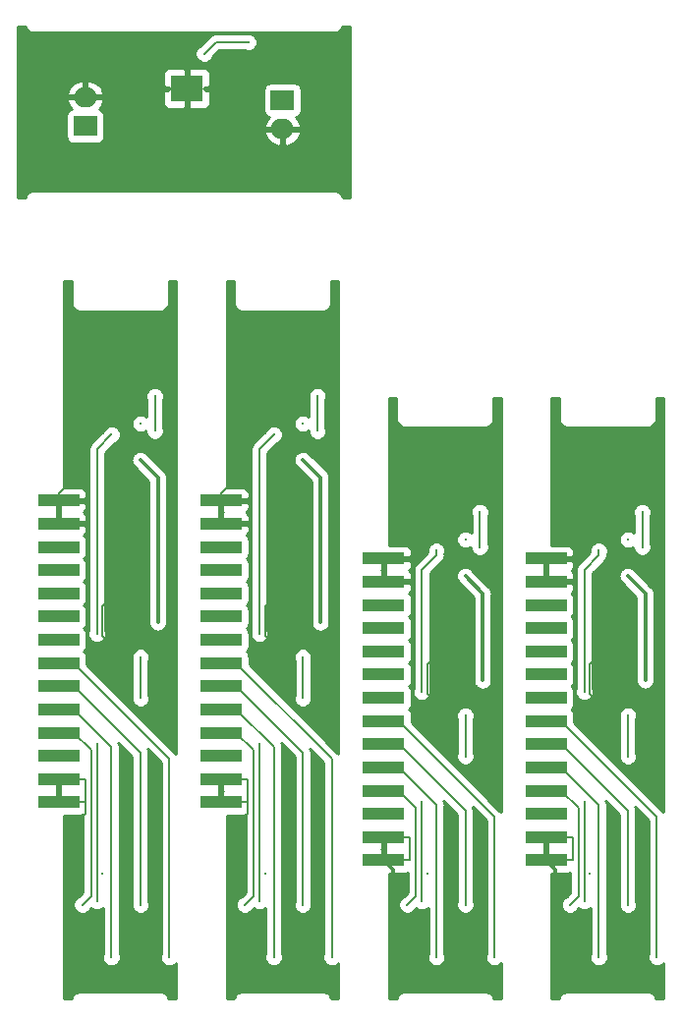
<source format=gbl>
G04 #@! TF.GenerationSoftware,KiCad,Pcbnew,(5.0.0)*
G04 #@! TF.CreationDate,2018-11-23T13:39:21+09:00*
G04 #@! TF.ProjectId,LED_hachune_2,4C45445F68616368756E655F322E6B69,rev?*
G04 #@! TF.SameCoordinates,Original*
G04 #@! TF.FileFunction,Copper,L2,Bot,Signal*
G04 #@! TF.FilePolarity,Positive*
%FSLAX46Y46*%
G04 Gerber Fmt 4.6, Leading zero omitted, Abs format (unit mm)*
G04 Created by KiCad (PCBNEW (5.0.0)) date 11/23/18 13:39:21*
%MOMM*%
%LPD*%
G01*
G04 APERTURE LIST*
G04 #@! TA.AperFunction,SMDPad,CuDef*
%ADD10R,3.600000X1.000000*%
G04 #@! TD*
G04 #@! TA.AperFunction,ComponentPad*
%ADD11R,2.000000X1.700000*%
G04 #@! TD*
G04 #@! TA.AperFunction,ComponentPad*
%ADD12O,2.000000X1.700000*%
G04 #@! TD*
G04 #@! TA.AperFunction,Conductor*
%ADD13R,2.800000X2.300000*%
G04 #@! TD*
G04 #@! TA.AperFunction,ComponentPad*
%ADD14C,0.600000*%
G04 #@! TD*
G04 #@! TA.AperFunction,ViaPad*
%ADD15C,0.300000*%
G04 #@! TD*
G04 #@! TA.AperFunction,ViaPad*
%ADD16C,0.203200*%
G04 #@! TD*
G04 #@! TA.AperFunction,Conductor*
%ADD17C,0.200000*%
G04 #@! TD*
G04 #@! TA.AperFunction,Conductor*
%ADD18C,0.300000*%
G04 #@! TD*
G04 #@! TA.AperFunction,Conductor*
%ADD19C,0.160000*%
G04 #@! TD*
G04 #@! TA.AperFunction,Conductor*
%ADD20C,0.254000*%
G04 #@! TD*
G04 APERTURE END LIST*
D10*
G04 #@! TO.P,J8,1*
G04 #@! TO.N,Net-(D37-Pad4)*
X100700000Y-123000000D03*
G04 #@! TO.P,J8,2*
X100700000Y-121000000D03*
G04 #@! TO.P,J8,3*
G04 #@! TO.N,Net-(D37-Pad2)*
X100700000Y-119000000D03*
G04 #@! TO.P,J8,4*
G04 #@! TO.N,Net-(D37-Pad1)*
X100700000Y-117000000D03*
G04 #@! TO.P,J8,5*
G04 #@! TO.N,Net-(D40-Pad1)*
X100700000Y-115000000D03*
G04 #@! TO.P,J8,6*
G04 #@! TO.N,Net-(D43-Pad1)*
X100700000Y-113000000D03*
G04 #@! TO.P,J8,7*
G04 #@! TO.N,Net-(D46-Pad1)*
X100700000Y-111000000D03*
G04 #@! TO.P,J8,8*
G04 #@! TO.N,Net-(J8-Pad8)*
X100700000Y-109000000D03*
G04 #@! TO.P,J8,9*
G04 #@! TO.N,Net-(J8-Pad9)*
X100700000Y-107000000D03*
G04 #@! TO.P,J8,10*
G04 #@! TO.N,Net-(J8-Pad10)*
X100700000Y-105000000D03*
G04 #@! TO.P,J8,11*
G04 #@! TO.N,Net-(J8-Pad11)*
X100700000Y-103000000D03*
G04 #@! TO.P,J8,12*
G04 #@! TO.N,Net-(D37-Pad2)*
X100700000Y-101000000D03*
G04 #@! TO.P,J8,13*
G04 #@! TO.N,Net-(D37-Pad4)*
X100700000Y-99000000D03*
G04 #@! TO.P,J8,14*
X100700000Y-97000000D03*
G04 #@! TD*
G04 #@! TO.P,J7,14*
G04 #@! TO.N,Net-(D25-Pad4)*
X86700000Y-97000000D03*
G04 #@! TO.P,J7,13*
X86700000Y-99000000D03*
G04 #@! TO.P,J7,12*
G04 #@! TO.N,Net-(D25-Pad2)*
X86700000Y-101000000D03*
G04 #@! TO.P,J7,11*
G04 #@! TO.N,Net-(J7-Pad11)*
X86700000Y-103000000D03*
G04 #@! TO.P,J7,10*
G04 #@! TO.N,Net-(J7-Pad10)*
X86700000Y-105000000D03*
G04 #@! TO.P,J7,9*
G04 #@! TO.N,Net-(J7-Pad9)*
X86700000Y-107000000D03*
G04 #@! TO.P,J7,8*
G04 #@! TO.N,Net-(J7-Pad8)*
X86700000Y-109000000D03*
G04 #@! TO.P,J7,7*
G04 #@! TO.N,Net-(D34-Pad1)*
X86700000Y-111000000D03*
G04 #@! TO.P,J7,6*
G04 #@! TO.N,Net-(D31-Pad1)*
X86700000Y-113000000D03*
G04 #@! TO.P,J7,5*
G04 #@! TO.N,Net-(D28-Pad1)*
X86700000Y-115000000D03*
G04 #@! TO.P,J7,4*
G04 #@! TO.N,Net-(D25-Pad1)*
X86700000Y-117000000D03*
G04 #@! TO.P,J7,3*
G04 #@! TO.N,Net-(D25-Pad2)*
X86700000Y-119000000D03*
G04 #@! TO.P,J7,2*
G04 #@! TO.N,Net-(D25-Pad4)*
X86700000Y-121000000D03*
G04 #@! TO.P,J7,1*
X86700000Y-123000000D03*
G04 #@! TD*
G04 #@! TO.P,J6,14*
G04 #@! TO.N,Net-(D13-Pad4)*
X72700000Y-92000000D03*
G04 #@! TO.P,J6,13*
X72700000Y-94000000D03*
G04 #@! TO.P,J6,12*
G04 #@! TO.N,Net-(D13-Pad2)*
X72700000Y-96000000D03*
G04 #@! TO.P,J6,11*
G04 #@! TO.N,Net-(J6-Pad11)*
X72700000Y-98000000D03*
G04 #@! TO.P,J6,10*
G04 #@! TO.N,Net-(J6-Pad10)*
X72700000Y-100000000D03*
G04 #@! TO.P,J6,9*
G04 #@! TO.N,Net-(J6-Pad9)*
X72700000Y-102000000D03*
G04 #@! TO.P,J6,8*
G04 #@! TO.N,Net-(J6-Pad8)*
X72700000Y-104000000D03*
G04 #@! TO.P,J6,7*
G04 #@! TO.N,Net-(D22-Pad1)*
X72700000Y-106000000D03*
G04 #@! TO.P,J6,6*
G04 #@! TO.N,Net-(D19-Pad1)*
X72700000Y-108000000D03*
G04 #@! TO.P,J6,5*
G04 #@! TO.N,Net-(D16-Pad1)*
X72700000Y-110000000D03*
G04 #@! TO.P,J6,4*
G04 #@! TO.N,Net-(D13-Pad1)*
X72700000Y-112000000D03*
G04 #@! TO.P,J6,3*
G04 #@! TO.N,Net-(D13-Pad2)*
X72700000Y-114000000D03*
G04 #@! TO.P,J6,2*
G04 #@! TO.N,Net-(D13-Pad4)*
X72700000Y-116000000D03*
G04 #@! TO.P,J6,1*
X72700000Y-118000000D03*
G04 #@! TD*
D11*
G04 #@! TO.P,J12,1*
G04 #@! TO.N,Net-(C3-Pad1)*
X78000000Y-57500000D03*
D12*
G04 #@! TO.P,J12,2*
G04 #@! TO.N,GNDD*
X78000000Y-60000000D03*
G04 #@! TD*
G04 #@! TO.P,J13,2*
G04 #@! TO.N,GNDD*
X61000000Y-57250000D03*
D11*
G04 #@! TO.P,J13,1*
G04 #@! TO.N,Net-(C4-Pad1)*
X61000000Y-59750000D03*
G04 #@! TD*
D13*
G04 #@! TO.N,GNDD*
G04 #@! TO.C,U3*
X69750000Y-56500000D03*
D14*
G04 #@! TD*
G04 #@! TO.P,U3,11*
G04 #@! TO.N,GNDD*
X70500000Y-57000000D03*
G04 #@! TO.P,U3,11*
G04 #@! TO.N,GNDD*
X69000000Y-57000000D03*
X69000000Y-56000000D03*
X69750000Y-56500000D03*
X70500000Y-56000000D03*
G04 #@! TD*
D10*
G04 #@! TO.P,J4,1*
G04 #@! TO.N,Net-(D1-Pad4)*
X58700000Y-118000000D03*
G04 #@! TO.P,J4,2*
X58700000Y-116000000D03*
G04 #@! TO.P,J4,3*
G04 #@! TO.N,Net-(D1-Pad2)*
X58700000Y-114000000D03*
G04 #@! TO.P,J4,4*
G04 #@! TO.N,Net-(D1-Pad1)*
X58700000Y-112000000D03*
G04 #@! TO.P,J4,5*
G04 #@! TO.N,Net-(D4-Pad1)*
X58700000Y-110000000D03*
G04 #@! TO.P,J4,6*
G04 #@! TO.N,Net-(D7-Pad1)*
X58700000Y-108000000D03*
G04 #@! TO.P,J4,7*
G04 #@! TO.N,Net-(D10-Pad1)*
X58700000Y-106000000D03*
G04 #@! TO.P,J4,8*
G04 #@! TO.N,Net-(J4-Pad8)*
X58700000Y-104000000D03*
G04 #@! TO.P,J4,9*
G04 #@! TO.N,Net-(J4-Pad9)*
X58700000Y-102000000D03*
G04 #@! TO.P,J4,10*
G04 #@! TO.N,Net-(J4-Pad10)*
X58700000Y-100000000D03*
G04 #@! TO.P,J4,11*
G04 #@! TO.N,Net-(J4-Pad11)*
X58700000Y-98000000D03*
G04 #@! TO.P,J4,12*
G04 #@! TO.N,Net-(D1-Pad2)*
X58700000Y-96000000D03*
G04 #@! TO.P,J4,13*
G04 #@! TO.N,Net-(D1-Pad4)*
X58700000Y-94000000D03*
G04 #@! TO.P,J4,14*
X58700000Y-92000000D03*
G04 #@! TD*
D15*
G04 #@! TO.N,Net-(JP1-Pad2)*
X71250000Y-53500000D03*
X75050000Y-52500000D03*
G04 #@! TO.N,Net-(D13-Pad2)*
X72700000Y-96000000D03*
X72700000Y-114000000D03*
X81250000Y-102500000D03*
X79750000Y-88500000D03*
X79750000Y-85350000D03*
G04 #@! TO.N,Net-(D13-Pad4)*
X76500000Y-78650000D03*
X79000000Y-83650000D03*
X76500000Y-101150000D03*
X79000000Y-106150000D03*
X76500000Y-124150000D03*
X79000000Y-128650000D03*
X72700000Y-116000000D03*
X72700000Y-118000000D03*
X72700000Y-92000000D03*
X72700000Y-94000000D03*
X78500000Y-124150000D03*
X78500000Y-115000000D03*
X79000000Y-109000000D03*
G04 #@! TO.N,Net-(D22-Pad1)*
X82250000Y-131325000D03*
G04 #@! TO.N,Net-(D5-Pad3)*
X62000000Y-103500000D03*
X63250000Y-86325000D03*
G04 #@! TO.N,Net-(D1-Pad4)*
X62500000Y-78650000D03*
X65000000Y-83650000D03*
X62500000Y-101150000D03*
X65000000Y-106150000D03*
X62500000Y-124150000D03*
X65000000Y-128650000D03*
X58700000Y-116000000D03*
X58700000Y-118000000D03*
X58700000Y-92000000D03*
X58700000Y-94000000D03*
X64500000Y-124150000D03*
X64500000Y-115000000D03*
X65000000Y-109000000D03*
G04 #@! TO.N,Net-(D1-Pad2)*
X58700000Y-96000000D03*
X58700000Y-114000000D03*
X67250000Y-102500000D03*
X65750000Y-88500000D03*
X65750000Y-85350000D03*
G04 #@! TO.N,Net-(D1-Pad1)*
X60750000Y-126825000D03*
G04 #@! TO.N,Net-(D4-Pad3)*
X62000000Y-126500000D03*
X62000000Y-113000000D03*
G04 #@! TO.N,Net-(D4-Pad1)*
X63250000Y-131325000D03*
G04 #@! TO.N,Net-(D7-Pad3)*
X65750000Y-109033201D03*
X65750000Y-105500000D03*
G04 #@! TO.N,Net-(D7-Pad1)*
X65750000Y-126825000D03*
G04 #@! TO.N,Net-(D8-Pad3)*
X67000000Y-86000000D03*
X67000000Y-83000000D03*
G04 #@! TO.N,Net-(D13-Pad1)*
X74750000Y-126825000D03*
G04 #@! TO.N,Net-(D16-Pad1)*
X77250000Y-131325000D03*
G04 #@! TO.N,Net-(D16-Pad3)*
X76000000Y-126500000D03*
X76000000Y-113000000D03*
G04 #@! TO.N,Net-(D17-Pad3)*
X76000000Y-103500000D03*
X77250000Y-86325000D03*
G04 #@! TO.N,Net-(D19-Pad3)*
X79750000Y-109033201D03*
X79750000Y-105500000D03*
G04 #@! TO.N,Net-(D19-Pad1)*
X79750000Y-126825000D03*
G04 #@! TO.N,Net-(D20-Pad3)*
X81000000Y-86000000D03*
X81000000Y-83000000D03*
G04 #@! TO.N,Net-(D10-Pad1)*
X68250000Y-131325000D03*
G04 #@! TO.N,GNDD*
X66250000Y-56250000D03*
X71775000Y-59775000D03*
G04 #@! TO.N,Net-(D25-Pad1)*
X88750000Y-126825000D03*
G04 #@! TO.N,Net-(D25-Pad2)*
X86700000Y-101000000D03*
X86700000Y-119000000D03*
X95250000Y-107500000D03*
X93750000Y-98500000D03*
X93750000Y-95350000D03*
G04 #@! TO.N,Net-(D25-Pad4)*
X90500000Y-88650000D03*
X93000000Y-93650000D03*
X90500000Y-106150000D03*
X93000000Y-111150000D03*
X90500000Y-124150000D03*
X93000000Y-128650000D03*
X86700000Y-121000000D03*
X86700000Y-123000000D03*
X86700000Y-97000000D03*
X86700000Y-99000000D03*
X92500000Y-124150000D03*
X92500000Y-120000000D03*
X93000000Y-114000000D03*
D16*
X89000000Y-122000000D03*
D15*
G04 #@! TO.N,Net-(D28-Pad3)*
X90000000Y-126500000D03*
X90000000Y-118000000D03*
G04 #@! TO.N,Net-(D28-Pad1)*
X91250000Y-131325000D03*
G04 #@! TO.N,Net-(D29-Pad3)*
X90000000Y-108500000D03*
X91250000Y-96325000D03*
G04 #@! TO.N,Net-(D31-Pad3)*
X93750000Y-114033201D03*
X93750000Y-110500000D03*
G04 #@! TO.N,Net-(D31-Pad1)*
X93750000Y-126825000D03*
G04 #@! TO.N,Net-(D32-Pad3)*
X95000000Y-96000000D03*
X95000000Y-93000000D03*
G04 #@! TO.N,Net-(D34-Pad1)*
X96250000Y-131325000D03*
G04 #@! TO.N,Net-(D37-Pad4)*
X104500000Y-88650000D03*
X107000000Y-93650000D03*
X104500000Y-106150000D03*
X107000000Y-111150000D03*
X104500000Y-124150000D03*
X107000000Y-128650000D03*
X100700000Y-121000000D03*
X100700000Y-123000000D03*
X100700000Y-97000000D03*
X100700000Y-99000000D03*
X106500000Y-124150000D03*
X106500000Y-120000000D03*
X107000000Y-114000000D03*
D16*
X103000000Y-122000000D03*
D15*
G04 #@! TO.N,Net-(D37-Pad2)*
X100700000Y-101000000D03*
X100700000Y-119000000D03*
X109250000Y-107500000D03*
X107750000Y-98500000D03*
X107750000Y-95350000D03*
G04 #@! TO.N,Net-(D37-Pad1)*
X102750000Y-126825000D03*
G04 #@! TO.N,Net-(D40-Pad1)*
X105250000Y-131325000D03*
G04 #@! TO.N,Net-(D40-Pad3)*
X104000000Y-126500000D03*
X104000000Y-118000000D03*
G04 #@! TO.N,Net-(D41-Pad3)*
X104000000Y-108500000D03*
X105250000Y-96325000D03*
G04 #@! TO.N,Net-(D43-Pad1)*
X107750000Y-126825000D03*
G04 #@! TO.N,Net-(D43-Pad3)*
X107750000Y-114033201D03*
X107750000Y-110500000D03*
G04 #@! TO.N,Net-(D44-Pad3)*
X109000000Y-96000000D03*
X109000000Y-93000000D03*
G04 #@! TO.N,Net-(D46-Pad1)*
X110250000Y-131325000D03*
G04 #@! TD*
D17*
G04 #@! TO.N,Net-(JP1-Pad2)*
X71250000Y-53500000D02*
X72250000Y-52500000D01*
X72250000Y-52500000D02*
X75050000Y-52500000D01*
D18*
G04 #@! TO.N,Net-(D13-Pad2)*
X81250000Y-102500000D02*
X81250000Y-90500000D01*
X81250000Y-90500000D02*
X81250000Y-90000000D01*
X81250000Y-90000000D02*
X79750000Y-88500000D01*
D19*
G04 #@! TO.N,Net-(D13-Pad4)*
X76500000Y-81150000D02*
X79000000Y-83650000D01*
X76500000Y-78650000D02*
X76500000Y-81150000D01*
X79000000Y-83650000D02*
X74000000Y-88650000D01*
X72700000Y-91340000D02*
X72700000Y-92000000D01*
X74000000Y-90040000D02*
X72700000Y-91340000D01*
X74000000Y-88650000D02*
X74000000Y-90040000D01*
X72700000Y-92000000D02*
X72700000Y-94000000D01*
X76500000Y-103650000D02*
X79000000Y-106150000D01*
X76500000Y-101150000D02*
X76500000Y-103650000D01*
X79000000Y-124650000D02*
X78500000Y-124150000D01*
X79000000Y-128650000D02*
X79000000Y-124650000D01*
X79000000Y-131000000D02*
X79000000Y-128650000D01*
X76000000Y-134000000D02*
X79000000Y-131000000D01*
X73500000Y-131500000D02*
X76000000Y-134000000D01*
X73500000Y-121500000D02*
X73500000Y-131500000D01*
X74000000Y-121000000D02*
X73500000Y-121500000D01*
X75000000Y-117000000D02*
X75000000Y-116000000D01*
X75000000Y-116000000D02*
X72700000Y-116000000D01*
X72700000Y-118000000D02*
X75000000Y-118000000D01*
X75000000Y-118000000D02*
X75000000Y-117000000D01*
X74000000Y-119960000D02*
X75000000Y-118960000D01*
X74000000Y-121000000D02*
X74000000Y-119960000D01*
X75000000Y-118960000D02*
X75000000Y-118000000D01*
X79000000Y-98650000D02*
X79000000Y-83650000D01*
X76500000Y-101150000D02*
X79000000Y-98650000D01*
X78500000Y-124150000D02*
X78500000Y-115000000D01*
X79000000Y-109000000D02*
X79000000Y-106000000D01*
G04 #@! TO.N,Net-(D22-Pad1)*
X82250000Y-114250000D02*
X82250000Y-131325000D01*
X74000000Y-106000000D02*
X82250000Y-114250000D01*
X72700000Y-106000000D02*
X74000000Y-106000000D01*
G04 #@! TO.N,Net-(D5-Pad3)*
X62000000Y-103500000D02*
X62000000Y-87575000D01*
X62000000Y-87575000D02*
X63250000Y-86325000D01*
G04 #@! TO.N,Net-(D1-Pad4)*
X62500000Y-81150000D02*
X65000000Y-83650000D01*
X62500000Y-78650000D02*
X62500000Y-81150000D01*
X65000000Y-83650000D02*
X60000000Y-88650000D01*
X58700000Y-91340000D02*
X58700000Y-92000000D01*
X60000000Y-90040000D02*
X58700000Y-91340000D01*
X60000000Y-88650000D02*
X60000000Y-90040000D01*
X58700000Y-92000000D02*
X58700000Y-94000000D01*
X62500000Y-103650000D02*
X65000000Y-106150000D01*
X62500000Y-101150000D02*
X62500000Y-103650000D01*
X65000000Y-124650000D02*
X64500000Y-124150000D01*
X65000000Y-128650000D02*
X65000000Y-124650000D01*
X65000000Y-131000000D02*
X65000000Y-128650000D01*
X62000000Y-134000000D02*
X65000000Y-131000000D01*
X59500000Y-131500000D02*
X62000000Y-134000000D01*
X59500000Y-121500000D02*
X59500000Y-131500000D01*
X60000000Y-121000000D02*
X59500000Y-121500000D01*
X61000000Y-117000000D02*
X61000000Y-116000000D01*
X61000000Y-116000000D02*
X58700000Y-116000000D01*
X58700000Y-118000000D02*
X61000000Y-118000000D01*
X61000000Y-118000000D02*
X61000000Y-117000000D01*
X60000000Y-119960000D02*
X61000000Y-118960000D01*
X60000000Y-121000000D02*
X60000000Y-119960000D01*
X61000000Y-118960000D02*
X61000000Y-118000000D01*
X65000000Y-98650000D02*
X65000000Y-83650000D01*
X62500000Y-101150000D02*
X65000000Y-98650000D01*
X64500000Y-124150000D02*
X64500000Y-115000000D01*
X65000000Y-109000000D02*
X65000000Y-106000000D01*
D18*
G04 #@! TO.N,Net-(D1-Pad2)*
X67250000Y-102500000D02*
X67250000Y-90500000D01*
X67250000Y-90500000D02*
X67250000Y-90000000D01*
X67250000Y-90000000D02*
X65750000Y-88500000D01*
D19*
G04 #@! TO.N,Net-(D1-Pad1)*
X60000000Y-112000000D02*
X61500000Y-113500000D01*
X58700000Y-112000000D02*
X60000000Y-112000000D01*
X61500000Y-113500000D02*
X61500000Y-126075000D01*
X61500000Y-126075000D02*
X60750000Y-126825000D01*
G04 #@! TO.N,Net-(D4-Pad3)*
X62000000Y-126500000D02*
X62000000Y-113000000D01*
G04 #@! TO.N,Net-(D4-Pad1)*
X63250000Y-113250000D02*
X63250000Y-131325000D01*
X60000000Y-110000000D02*
X63250000Y-113250000D01*
X58700000Y-110000000D02*
X60000000Y-110000000D01*
G04 #@! TO.N,Net-(D7-Pad3)*
X65750000Y-105500000D02*
X65750000Y-109033201D01*
G04 #@! TO.N,Net-(D7-Pad1)*
X65750000Y-113750000D02*
X65750000Y-126825000D01*
X60000000Y-108000000D02*
X65750000Y-113750000D01*
X58700000Y-108000000D02*
X60000000Y-108000000D01*
G04 #@! TO.N,Net-(D8-Pad3)*
X67000000Y-86000000D02*
X67000000Y-83000000D01*
G04 #@! TO.N,Net-(D13-Pad1)*
X74000000Y-112000000D02*
X75500000Y-113500000D01*
X72700000Y-112000000D02*
X74000000Y-112000000D01*
X75500000Y-113500000D02*
X75500000Y-126075000D01*
X75500000Y-126075000D02*
X74750000Y-126825000D01*
G04 #@! TO.N,Net-(D16-Pad1)*
X77250000Y-113250000D02*
X77250000Y-131325000D01*
X74000000Y-110000000D02*
X77250000Y-113250000D01*
X72700000Y-110000000D02*
X74000000Y-110000000D01*
G04 #@! TO.N,Net-(D16-Pad3)*
X76000000Y-126500000D02*
X76000000Y-113000000D01*
G04 #@! TO.N,Net-(D17-Pad3)*
X76000000Y-103500000D02*
X76000000Y-87575000D01*
X76000000Y-87575000D02*
X77250000Y-86325000D01*
G04 #@! TO.N,Net-(D19-Pad3)*
X79750000Y-105500000D02*
X79750000Y-109033201D01*
G04 #@! TO.N,Net-(D19-Pad1)*
X79750000Y-113750000D02*
X79750000Y-126825000D01*
X74000000Y-108000000D02*
X79750000Y-113750000D01*
X72700000Y-108000000D02*
X74000000Y-108000000D01*
G04 #@! TO.N,Net-(D20-Pad3)*
X81000000Y-86000000D02*
X81000000Y-83000000D01*
G04 #@! TO.N,Net-(D10-Pad1)*
X68250000Y-114250000D02*
X68250000Y-131325000D01*
X60000000Y-106000000D02*
X68250000Y-114250000D01*
X58700000Y-106000000D02*
X60000000Y-106000000D01*
D18*
G04 #@! TO.N,GNDD*
X70000000Y-56500000D02*
X70500000Y-56000000D01*
X69750000Y-56500000D02*
X70000000Y-56500000D01*
X69250000Y-56000000D02*
X69750000Y-56500000D01*
X69000000Y-56000000D02*
X69250000Y-56000000D01*
X70250000Y-57000000D02*
X69750000Y-56500000D01*
X70500000Y-57000000D02*
X70250000Y-57000000D01*
X70175000Y-59775000D02*
X71775000Y-59775000D01*
D19*
G04 #@! TO.N,Net-(D25-Pad1)*
X88000000Y-117000000D02*
X89500000Y-118500000D01*
X86700000Y-117000000D02*
X88000000Y-117000000D01*
X89500000Y-126075000D02*
X88750000Y-126825000D01*
X89500000Y-118500000D02*
X89500000Y-126075000D01*
D18*
G04 #@! TO.N,Net-(D25-Pad2)*
X95250000Y-100000000D02*
X93750000Y-98500000D01*
X95250000Y-107500000D02*
X95250000Y-100000000D01*
D19*
G04 #@! TO.N,Net-(D25-Pad4)*
X90500000Y-91150000D02*
X93000000Y-93650000D01*
X90500000Y-88650000D02*
X90500000Y-91150000D01*
X86700000Y-97000000D02*
X86700000Y-99000000D01*
X90500000Y-108650000D02*
X93000000Y-111150000D01*
X90500000Y-106150000D02*
X90500000Y-108650000D01*
X93000000Y-124650000D02*
X92500000Y-124150000D01*
X93000000Y-128650000D02*
X93000000Y-124650000D01*
X93000000Y-131000000D02*
X93000000Y-128650000D01*
X90000000Y-134000000D02*
X93000000Y-131000000D01*
X87500000Y-131500000D02*
X90000000Y-134000000D01*
X89000000Y-122000000D02*
X89000000Y-121000000D01*
X89000000Y-121000000D02*
X86700000Y-121000000D01*
X86700000Y-123000000D02*
X89000000Y-123000000D01*
X89000000Y-123000000D02*
X89000000Y-122000000D01*
X90500000Y-106150000D02*
X93000000Y-103650000D01*
X93000000Y-114000000D02*
X93000000Y-111000000D01*
X92500000Y-120000000D02*
X92500000Y-124150000D01*
X93000000Y-103650000D02*
X93000000Y-93650000D01*
D18*
X87500000Y-123800000D02*
X86700000Y-123000000D01*
X87500000Y-131500000D02*
X87500000Y-123800000D01*
X93000000Y-93650000D02*
X89950000Y-93650000D01*
X89950000Y-93650000D02*
X89950000Y-95050000D01*
X86700000Y-97000000D02*
X89400000Y-97000000D01*
X89950000Y-96450000D02*
X89950000Y-95050000D01*
X89400000Y-97000000D02*
X89950000Y-96450000D01*
D19*
G04 #@! TO.N,Net-(D28-Pad3)*
X90000000Y-126500000D02*
X90000000Y-118000000D01*
G04 #@! TO.N,Net-(D28-Pad1)*
X88000000Y-115000000D02*
X91250000Y-118250000D01*
X86700000Y-115000000D02*
X88000000Y-115000000D01*
X91250000Y-123650000D02*
X91250000Y-131325000D01*
X91250000Y-118250000D02*
X91250000Y-123650000D01*
G04 #@! TO.N,Net-(D29-Pad3)*
X90000000Y-108287868D02*
X90000000Y-108500000D01*
X90000000Y-97960000D02*
X90000000Y-108287868D01*
X91250000Y-96710000D02*
X90000000Y-97960000D01*
X91250000Y-96325000D02*
X91250000Y-96710000D01*
G04 #@! TO.N,Net-(D31-Pad3)*
X93750000Y-110500000D02*
X93750000Y-114033201D01*
G04 #@! TO.N,Net-(D31-Pad1)*
X88000000Y-113000000D02*
X93750000Y-118750000D01*
X86700000Y-113000000D02*
X88000000Y-113000000D01*
X93750000Y-118750000D02*
X93750000Y-126825000D01*
G04 #@! TO.N,Net-(D32-Pad3)*
X95000000Y-96000000D02*
X95000000Y-93000000D01*
G04 #@! TO.N,Net-(D34-Pad1)*
X88000000Y-111000000D02*
X86700000Y-111000000D01*
X96250000Y-131325000D02*
X96250000Y-119250000D01*
X96250000Y-119250000D02*
X88000000Y-111000000D01*
G04 #@! TO.N,Net-(D37-Pad4)*
X104500000Y-91150000D02*
X107000000Y-93650000D01*
X104500000Y-88650000D02*
X104500000Y-91150000D01*
X100700000Y-97000000D02*
X100700000Y-99000000D01*
X104500000Y-108650000D02*
X107000000Y-111150000D01*
X104500000Y-106150000D02*
X104500000Y-108650000D01*
X107000000Y-124650000D02*
X106500000Y-124150000D01*
X107000000Y-128650000D02*
X107000000Y-124650000D01*
X107000000Y-131000000D02*
X107000000Y-128650000D01*
X104000000Y-134000000D02*
X107000000Y-131000000D01*
X101500000Y-131500000D02*
X104000000Y-134000000D01*
X103000000Y-122000000D02*
X103000000Y-121000000D01*
X103000000Y-121000000D02*
X100700000Y-121000000D01*
X100700000Y-123000000D02*
X103000000Y-123000000D01*
X103000000Y-123000000D02*
X103000000Y-122000000D01*
X104500000Y-106150000D02*
X107000000Y-103650000D01*
X107000000Y-114000000D02*
X107000000Y-111000000D01*
X106500000Y-120000000D02*
X106500000Y-124150000D01*
X107000000Y-103650000D02*
X107000000Y-93650000D01*
D18*
X101500000Y-123800000D02*
X100700000Y-123000000D01*
X101500000Y-131500000D02*
X101500000Y-123800000D01*
X107000000Y-93650000D02*
X103950000Y-93650000D01*
X103950000Y-93650000D02*
X103950000Y-95050000D01*
X100700000Y-97000000D02*
X103400000Y-97000000D01*
X103950000Y-96450000D02*
X103950000Y-95050000D01*
X103400000Y-97000000D02*
X103950000Y-96450000D01*
G04 #@! TO.N,Net-(D37-Pad2)*
X109250000Y-100000000D02*
X107750000Y-98500000D01*
X109250000Y-107500000D02*
X109250000Y-100000000D01*
D19*
G04 #@! TO.N,Net-(D37-Pad1)*
X102000000Y-117000000D02*
X103500000Y-118500000D01*
X100700000Y-117000000D02*
X102000000Y-117000000D01*
X103500000Y-126075000D02*
X102750000Y-126825000D01*
X103500000Y-118500000D02*
X103500000Y-126075000D01*
G04 #@! TO.N,Net-(D40-Pad1)*
X102000000Y-115000000D02*
X105250000Y-118250000D01*
X100700000Y-115000000D02*
X102000000Y-115000000D01*
X105250000Y-123650000D02*
X105250000Y-131325000D01*
X105250000Y-118250000D02*
X105250000Y-123650000D01*
G04 #@! TO.N,Net-(D40-Pad3)*
X104000000Y-126500000D02*
X104000000Y-118000000D01*
G04 #@! TO.N,Net-(D41-Pad3)*
X104000000Y-108287868D02*
X104000000Y-108500000D01*
X104000000Y-97960000D02*
X104000000Y-108287868D01*
X105250000Y-96710000D02*
X104000000Y-97960000D01*
X105250000Y-96325000D02*
X105250000Y-96710000D01*
G04 #@! TO.N,Net-(D43-Pad1)*
X102000000Y-113000000D02*
X107750000Y-118750000D01*
X100700000Y-113000000D02*
X102000000Y-113000000D01*
X107750000Y-118750000D02*
X107750000Y-126825000D01*
G04 #@! TO.N,Net-(D43-Pad3)*
X107750000Y-110500000D02*
X107750000Y-114033201D01*
G04 #@! TO.N,Net-(D44-Pad3)*
X109000000Y-96000000D02*
X109000000Y-93000000D01*
G04 #@! TO.N,Net-(D46-Pad1)*
X102000000Y-111000000D02*
X100700000Y-111000000D01*
X110250000Y-131325000D02*
X110250000Y-119250000D01*
X110250000Y-119250000D02*
X102000000Y-111000000D01*
G04 #@! TD*
D20*
G04 #@! TO.N,Net-(D1-Pad4)*
G36*
X65035000Y-114046163D02*
X65035001Y-126499856D01*
X64965000Y-126668854D01*
X64965000Y-126981146D01*
X65084509Y-127269667D01*
X65305333Y-127490491D01*
X65593854Y-127610000D01*
X65906146Y-127610000D01*
X66194667Y-127490491D01*
X66415491Y-127269667D01*
X66535000Y-126981146D01*
X66535000Y-126668854D01*
X66465000Y-126499859D01*
X66465000Y-113820417D01*
X66479007Y-113750000D01*
X66462197Y-113665491D01*
X66423515Y-113471021D01*
X66350330Y-113361493D01*
X67535000Y-114546163D01*
X67535001Y-130999856D01*
X67465000Y-131168854D01*
X67465000Y-131481146D01*
X67584509Y-131769667D01*
X67805333Y-131990491D01*
X68093854Y-132110000D01*
X68406146Y-132110000D01*
X68694667Y-131990491D01*
X68815001Y-131870157D01*
X68815001Y-134873000D01*
X68173157Y-134873000D01*
X68145255Y-134732727D01*
X67993857Y-134506143D01*
X67767273Y-134354745D01*
X67567462Y-134315000D01*
X67567461Y-134315000D01*
X67500000Y-134301581D01*
X67432538Y-134315000D01*
X60567461Y-134315000D01*
X60500000Y-134301581D01*
X60432538Y-134315000D01*
X60232727Y-134354745D01*
X60006143Y-134506143D01*
X59854745Y-134732727D01*
X59826843Y-134873000D01*
X59185000Y-134873000D01*
X59185000Y-119135000D01*
X60626310Y-119135000D01*
X60785000Y-119069268D01*
X60785001Y-125778836D01*
X60474329Y-126089509D01*
X60305333Y-126159509D01*
X60084509Y-126380333D01*
X59965000Y-126668854D01*
X59965000Y-126981146D01*
X60084509Y-127269667D01*
X60305333Y-127490491D01*
X60593854Y-127610000D01*
X60906146Y-127610000D01*
X61194667Y-127490491D01*
X61415491Y-127269667D01*
X61485491Y-127100671D01*
X61488002Y-127098160D01*
X61555333Y-127165491D01*
X61843854Y-127285000D01*
X62156146Y-127285000D01*
X62444667Y-127165491D01*
X62535001Y-127075157D01*
X62535001Y-130999856D01*
X62465000Y-131168854D01*
X62465000Y-131481146D01*
X62584509Y-131769667D01*
X62805333Y-131990491D01*
X63093854Y-132110000D01*
X63406146Y-132110000D01*
X63694667Y-131990491D01*
X63915491Y-131769667D01*
X64035000Y-131481146D01*
X64035000Y-131168854D01*
X63965000Y-130999859D01*
X63965000Y-113320416D01*
X63979007Y-113249999D01*
X63958607Y-113147440D01*
X63923515Y-112971021D01*
X63874535Y-112897717D01*
X63850331Y-112861493D01*
X65035000Y-114046163D01*
X65035000Y-114046163D01*
G37*
X65035000Y-114046163D02*
X65035001Y-126499856D01*
X64965000Y-126668854D01*
X64965000Y-126981146D01*
X65084509Y-127269667D01*
X65305333Y-127490491D01*
X65593854Y-127610000D01*
X65906146Y-127610000D01*
X66194667Y-127490491D01*
X66415491Y-127269667D01*
X66535000Y-126981146D01*
X66535000Y-126668854D01*
X66465000Y-126499859D01*
X66465000Y-113820417D01*
X66479007Y-113750000D01*
X66462197Y-113665491D01*
X66423515Y-113471021D01*
X66350330Y-113361493D01*
X67535000Y-114546163D01*
X67535001Y-130999856D01*
X67465000Y-131168854D01*
X67465000Y-131481146D01*
X67584509Y-131769667D01*
X67805333Y-131990491D01*
X68093854Y-132110000D01*
X68406146Y-132110000D01*
X68694667Y-131990491D01*
X68815001Y-131870157D01*
X68815001Y-134873000D01*
X68173157Y-134873000D01*
X68145255Y-134732727D01*
X67993857Y-134506143D01*
X67767273Y-134354745D01*
X67567462Y-134315000D01*
X67567461Y-134315000D01*
X67500000Y-134301581D01*
X67432538Y-134315000D01*
X60567461Y-134315000D01*
X60500000Y-134301581D01*
X60432538Y-134315000D01*
X60232727Y-134354745D01*
X60006143Y-134506143D01*
X59854745Y-134732727D01*
X59826843Y-134873000D01*
X59185000Y-134873000D01*
X59185000Y-119135000D01*
X60626310Y-119135000D01*
X60785000Y-119069268D01*
X60785001Y-125778836D01*
X60474329Y-126089509D01*
X60305333Y-126159509D01*
X60084509Y-126380333D01*
X59965000Y-126668854D01*
X59965000Y-126981146D01*
X60084509Y-127269667D01*
X60305333Y-127490491D01*
X60593854Y-127610000D01*
X60906146Y-127610000D01*
X61194667Y-127490491D01*
X61415491Y-127269667D01*
X61485491Y-127100671D01*
X61488002Y-127098160D01*
X61555333Y-127165491D01*
X61843854Y-127285000D01*
X62156146Y-127285000D01*
X62444667Y-127165491D01*
X62535001Y-127075157D01*
X62535001Y-130999856D01*
X62465000Y-131168854D01*
X62465000Y-131481146D01*
X62584509Y-131769667D01*
X62805333Y-131990491D01*
X63093854Y-132110000D01*
X63406146Y-132110000D01*
X63694667Y-131990491D01*
X63915491Y-131769667D01*
X64035000Y-131481146D01*
X64035000Y-131168854D01*
X63965000Y-130999859D01*
X63965000Y-113320416D01*
X63979007Y-113249999D01*
X63958607Y-113147440D01*
X63923515Y-112971021D01*
X63874535Y-112897717D01*
X63850331Y-112861493D01*
X65035000Y-114046163D01*
G36*
X58827000Y-115873000D02*
X58847000Y-115873000D01*
X58847000Y-116127000D01*
X58827000Y-116127000D01*
X58827000Y-116976250D01*
X58850750Y-117000000D01*
X58827000Y-117023750D01*
X58827000Y-117873000D01*
X58847000Y-117873000D01*
X58847000Y-118127000D01*
X58827000Y-118127000D01*
X58827000Y-118147000D01*
X58573000Y-118147000D01*
X58573000Y-118127000D01*
X58553000Y-118127000D01*
X58553000Y-117873000D01*
X58573000Y-117873000D01*
X58573000Y-117023750D01*
X58549250Y-117000000D01*
X58573000Y-116976250D01*
X58573000Y-116127000D01*
X58553000Y-116127000D01*
X58553000Y-115873000D01*
X58573000Y-115873000D01*
X58573000Y-115853000D01*
X58827000Y-115853000D01*
X58827000Y-115873000D01*
X58827000Y-115873000D01*
G37*
X58827000Y-115873000D02*
X58847000Y-115873000D01*
X58847000Y-116127000D01*
X58827000Y-116127000D01*
X58827000Y-116976250D01*
X58850750Y-117000000D01*
X58827000Y-117023750D01*
X58827000Y-117873000D01*
X58847000Y-117873000D01*
X58847000Y-118127000D01*
X58827000Y-118127000D01*
X58827000Y-118147000D01*
X58573000Y-118147000D01*
X58573000Y-118127000D01*
X58553000Y-118127000D01*
X58553000Y-117873000D01*
X58573000Y-117873000D01*
X58573000Y-117023750D01*
X58549250Y-117000000D01*
X58573000Y-116976250D01*
X58573000Y-116127000D01*
X58553000Y-116127000D01*
X58553000Y-115873000D01*
X58573000Y-115873000D01*
X58573000Y-115853000D01*
X58827000Y-115853000D01*
X58827000Y-115873000D01*
G36*
X59815001Y-74932534D02*
X59801581Y-75000000D01*
X59854745Y-75267273D01*
X60006143Y-75493857D01*
X60232727Y-75645255D01*
X60432538Y-75685000D01*
X60432539Y-75685000D01*
X60500000Y-75698419D01*
X60567462Y-75685000D01*
X67432538Y-75685000D01*
X67500000Y-75698419D01*
X67567461Y-75685000D01*
X67567462Y-75685000D01*
X67767273Y-75645255D01*
X67993857Y-75493857D01*
X68145255Y-75267273D01*
X68198419Y-75000000D01*
X68185000Y-74932538D01*
X68185000Y-73127000D01*
X68815000Y-73127000D01*
X68815001Y-74932535D01*
X68815000Y-74932540D01*
X68815001Y-113808618D01*
X68805374Y-113794211D01*
X68805373Y-113794210D01*
X68765485Y-113734514D01*
X68705790Y-113694627D01*
X61147440Y-106136278D01*
X61147440Y-105500000D01*
X61116381Y-105343854D01*
X64965000Y-105343854D01*
X64965000Y-105656146D01*
X65035000Y-105825142D01*
X65035001Y-108708057D01*
X64965000Y-108877055D01*
X64965000Y-109189347D01*
X65084509Y-109477868D01*
X65305333Y-109698692D01*
X65593854Y-109818201D01*
X65906146Y-109818201D01*
X66194667Y-109698692D01*
X66415491Y-109477868D01*
X66535000Y-109189347D01*
X66535000Y-108877055D01*
X66465000Y-108708060D01*
X66465000Y-105825141D01*
X66535000Y-105656146D01*
X66535000Y-105343854D01*
X66415491Y-105055333D01*
X66194667Y-104834509D01*
X65906146Y-104715000D01*
X65593854Y-104715000D01*
X65305333Y-104834509D01*
X65084509Y-105055333D01*
X64965000Y-105343854D01*
X61116381Y-105343854D01*
X61098157Y-105252235D01*
X60957809Y-105042191D01*
X60894666Y-105000000D01*
X60957809Y-104957809D01*
X61098157Y-104747765D01*
X61147440Y-104500000D01*
X61147440Y-103500000D01*
X61116381Y-103343854D01*
X61215000Y-103343854D01*
X61215000Y-103656146D01*
X61334509Y-103944667D01*
X61555333Y-104165491D01*
X61843854Y-104285000D01*
X62156146Y-104285000D01*
X62444667Y-104165491D01*
X62665491Y-103944667D01*
X62785000Y-103656146D01*
X62785000Y-103343854D01*
X62715000Y-103174859D01*
X62715000Y-88500000D01*
X64949622Y-88500000D01*
X64965000Y-88577312D01*
X64965000Y-88656146D01*
X64995168Y-88728977D01*
X65010546Y-88806291D01*
X65054341Y-88871835D01*
X65084509Y-88944667D01*
X65305333Y-89165491D01*
X65305335Y-89165492D01*
X66465000Y-90325158D01*
X66465000Y-90577315D01*
X66465001Y-90577320D01*
X66465000Y-102343854D01*
X66465000Y-102656146D01*
X66495167Y-102728976D01*
X66510546Y-102806291D01*
X66554341Y-102871835D01*
X66584509Y-102944667D01*
X66640253Y-103000411D01*
X66684047Y-103065953D01*
X66749589Y-103109747D01*
X66805333Y-103165491D01*
X66878164Y-103195658D01*
X66943708Y-103239454D01*
X67021025Y-103254833D01*
X67093854Y-103285000D01*
X67172684Y-103285000D01*
X67250000Y-103300379D01*
X67327316Y-103285000D01*
X67406146Y-103285000D01*
X67478976Y-103254833D01*
X67556291Y-103239454D01*
X67621835Y-103195659D01*
X67694667Y-103165491D01*
X67750411Y-103109747D01*
X67815953Y-103065953D01*
X67859747Y-103000411D01*
X67915491Y-102944667D01*
X67945658Y-102871836D01*
X67989454Y-102806292D01*
X68004833Y-102728975D01*
X68035000Y-102656146D01*
X68035000Y-90077310D01*
X68050378Y-89999999D01*
X68035000Y-89922688D01*
X68035000Y-89922684D01*
X67989454Y-89693708D01*
X67944711Y-89626746D01*
X67859749Y-89499591D01*
X67859747Y-89499589D01*
X67815953Y-89434047D01*
X67750411Y-89390253D01*
X66415492Y-88055335D01*
X66415491Y-88055333D01*
X66194667Y-87834509D01*
X66121835Y-87804341D01*
X66056291Y-87760546D01*
X65978977Y-87745168D01*
X65906146Y-87715000D01*
X65827312Y-87715000D01*
X65750000Y-87699622D01*
X65672688Y-87715000D01*
X65593854Y-87715000D01*
X65521023Y-87745168D01*
X65443709Y-87760546D01*
X65378165Y-87804341D01*
X65305333Y-87834509D01*
X65249589Y-87890253D01*
X65184047Y-87934047D01*
X65140253Y-87999589D01*
X65084509Y-88055333D01*
X65054341Y-88128165D01*
X65010546Y-88193709D01*
X64995168Y-88271023D01*
X64965000Y-88343854D01*
X64965000Y-88422688D01*
X64949622Y-88500000D01*
X62715000Y-88500000D01*
X62715000Y-87871162D01*
X63525672Y-87060491D01*
X63694667Y-86990491D01*
X63915491Y-86769667D01*
X64035000Y-86481146D01*
X64035000Y-86168854D01*
X63915491Y-85880333D01*
X63694667Y-85659509D01*
X63406146Y-85540000D01*
X63093854Y-85540000D01*
X62805333Y-85659509D01*
X62584509Y-85880333D01*
X62514509Y-86049328D01*
X61544213Y-87019625D01*
X61484515Y-87059514D01*
X61444626Y-87119212D01*
X61326486Y-87296021D01*
X61270993Y-87575000D01*
X61285001Y-87645422D01*
X61285000Y-103174859D01*
X61215000Y-103343854D01*
X61116381Y-103343854D01*
X61098157Y-103252235D01*
X60957809Y-103042191D01*
X60894666Y-103000000D01*
X60957809Y-102957809D01*
X61098157Y-102747765D01*
X61147440Y-102500000D01*
X61147440Y-101500000D01*
X61098157Y-101252235D01*
X60957809Y-101042191D01*
X60894666Y-101000000D01*
X60957809Y-100957809D01*
X61098157Y-100747765D01*
X61147440Y-100500000D01*
X61147440Y-99500000D01*
X61098157Y-99252235D01*
X60957809Y-99042191D01*
X60894666Y-99000000D01*
X60957809Y-98957809D01*
X61098157Y-98747765D01*
X61147440Y-98500000D01*
X61147440Y-97500000D01*
X61098157Y-97252235D01*
X60957809Y-97042191D01*
X60894666Y-97000000D01*
X60957809Y-96957809D01*
X61098157Y-96747765D01*
X61147440Y-96500000D01*
X61147440Y-95500000D01*
X61098157Y-95252235D01*
X60957809Y-95042191D01*
X60896680Y-95001346D01*
X61038327Y-94859698D01*
X61135000Y-94626309D01*
X61135000Y-94285750D01*
X60976250Y-94127000D01*
X58827000Y-94127000D01*
X58827000Y-94147000D01*
X58573000Y-94147000D01*
X58573000Y-94127000D01*
X58553000Y-94127000D01*
X58553000Y-93873000D01*
X58573000Y-93873000D01*
X58573000Y-93023750D01*
X58549250Y-93000000D01*
X58573000Y-92976250D01*
X58573000Y-92127000D01*
X58827000Y-92127000D01*
X58827000Y-92976250D01*
X58850750Y-93000000D01*
X58827000Y-93023750D01*
X58827000Y-93873000D01*
X60976250Y-93873000D01*
X61135000Y-93714250D01*
X61135000Y-93373691D01*
X61038327Y-93140302D01*
X60898026Y-93000000D01*
X61038327Y-92859698D01*
X61135000Y-92626309D01*
X61135000Y-92285750D01*
X60976250Y-92127000D01*
X58827000Y-92127000D01*
X58573000Y-92127000D01*
X58553000Y-92127000D01*
X58553000Y-91873000D01*
X58573000Y-91873000D01*
X58573000Y-91853000D01*
X58827000Y-91853000D01*
X58827000Y-91873000D01*
X60976250Y-91873000D01*
X61135000Y-91714250D01*
X61135000Y-91373691D01*
X61038327Y-91140302D01*
X60859699Y-90961673D01*
X60626310Y-90865000D01*
X59185000Y-90865000D01*
X59185000Y-85193854D01*
X64965000Y-85193854D01*
X64965000Y-85506146D01*
X65084509Y-85794667D01*
X65305333Y-86015491D01*
X65593854Y-86135000D01*
X65906146Y-86135000D01*
X66194667Y-86015491D01*
X66215000Y-85995158D01*
X66215000Y-86156146D01*
X66334509Y-86444667D01*
X66555333Y-86665491D01*
X66843854Y-86785000D01*
X67156146Y-86785000D01*
X67444667Y-86665491D01*
X67665491Y-86444667D01*
X67785000Y-86156146D01*
X67785000Y-85843854D01*
X67715000Y-85674859D01*
X67715000Y-83325141D01*
X67785000Y-83156146D01*
X67785000Y-82843854D01*
X67665491Y-82555333D01*
X67444667Y-82334509D01*
X67156146Y-82215000D01*
X66843854Y-82215000D01*
X66555333Y-82334509D01*
X66334509Y-82555333D01*
X66215000Y-82843854D01*
X66215000Y-83156146D01*
X66285001Y-83325143D01*
X66285000Y-84774842D01*
X66194667Y-84684509D01*
X65906146Y-84565000D01*
X65593854Y-84565000D01*
X65305333Y-84684509D01*
X65084509Y-84905333D01*
X64965000Y-85193854D01*
X59185000Y-85193854D01*
X59185000Y-73127000D01*
X59815000Y-73127000D01*
X59815001Y-74932534D01*
X59815001Y-74932534D01*
G37*
X59815001Y-74932534D02*
X59801581Y-75000000D01*
X59854745Y-75267273D01*
X60006143Y-75493857D01*
X60232727Y-75645255D01*
X60432538Y-75685000D01*
X60432539Y-75685000D01*
X60500000Y-75698419D01*
X60567462Y-75685000D01*
X67432538Y-75685000D01*
X67500000Y-75698419D01*
X67567461Y-75685000D01*
X67567462Y-75685000D01*
X67767273Y-75645255D01*
X67993857Y-75493857D01*
X68145255Y-75267273D01*
X68198419Y-75000000D01*
X68185000Y-74932538D01*
X68185000Y-73127000D01*
X68815000Y-73127000D01*
X68815001Y-74932535D01*
X68815000Y-74932540D01*
X68815001Y-113808618D01*
X68805374Y-113794211D01*
X68805373Y-113794210D01*
X68765485Y-113734514D01*
X68705790Y-113694627D01*
X61147440Y-106136278D01*
X61147440Y-105500000D01*
X61116381Y-105343854D01*
X64965000Y-105343854D01*
X64965000Y-105656146D01*
X65035000Y-105825142D01*
X65035001Y-108708057D01*
X64965000Y-108877055D01*
X64965000Y-109189347D01*
X65084509Y-109477868D01*
X65305333Y-109698692D01*
X65593854Y-109818201D01*
X65906146Y-109818201D01*
X66194667Y-109698692D01*
X66415491Y-109477868D01*
X66535000Y-109189347D01*
X66535000Y-108877055D01*
X66465000Y-108708060D01*
X66465000Y-105825141D01*
X66535000Y-105656146D01*
X66535000Y-105343854D01*
X66415491Y-105055333D01*
X66194667Y-104834509D01*
X65906146Y-104715000D01*
X65593854Y-104715000D01*
X65305333Y-104834509D01*
X65084509Y-105055333D01*
X64965000Y-105343854D01*
X61116381Y-105343854D01*
X61098157Y-105252235D01*
X60957809Y-105042191D01*
X60894666Y-105000000D01*
X60957809Y-104957809D01*
X61098157Y-104747765D01*
X61147440Y-104500000D01*
X61147440Y-103500000D01*
X61116381Y-103343854D01*
X61215000Y-103343854D01*
X61215000Y-103656146D01*
X61334509Y-103944667D01*
X61555333Y-104165491D01*
X61843854Y-104285000D01*
X62156146Y-104285000D01*
X62444667Y-104165491D01*
X62665491Y-103944667D01*
X62785000Y-103656146D01*
X62785000Y-103343854D01*
X62715000Y-103174859D01*
X62715000Y-88500000D01*
X64949622Y-88500000D01*
X64965000Y-88577312D01*
X64965000Y-88656146D01*
X64995168Y-88728977D01*
X65010546Y-88806291D01*
X65054341Y-88871835D01*
X65084509Y-88944667D01*
X65305333Y-89165491D01*
X65305335Y-89165492D01*
X66465000Y-90325158D01*
X66465000Y-90577315D01*
X66465001Y-90577320D01*
X66465000Y-102343854D01*
X66465000Y-102656146D01*
X66495167Y-102728976D01*
X66510546Y-102806291D01*
X66554341Y-102871835D01*
X66584509Y-102944667D01*
X66640253Y-103000411D01*
X66684047Y-103065953D01*
X66749589Y-103109747D01*
X66805333Y-103165491D01*
X66878164Y-103195658D01*
X66943708Y-103239454D01*
X67021025Y-103254833D01*
X67093854Y-103285000D01*
X67172684Y-103285000D01*
X67250000Y-103300379D01*
X67327316Y-103285000D01*
X67406146Y-103285000D01*
X67478976Y-103254833D01*
X67556291Y-103239454D01*
X67621835Y-103195659D01*
X67694667Y-103165491D01*
X67750411Y-103109747D01*
X67815953Y-103065953D01*
X67859747Y-103000411D01*
X67915491Y-102944667D01*
X67945658Y-102871836D01*
X67989454Y-102806292D01*
X68004833Y-102728975D01*
X68035000Y-102656146D01*
X68035000Y-90077310D01*
X68050378Y-89999999D01*
X68035000Y-89922688D01*
X68035000Y-89922684D01*
X67989454Y-89693708D01*
X67944711Y-89626746D01*
X67859749Y-89499591D01*
X67859747Y-89499589D01*
X67815953Y-89434047D01*
X67750411Y-89390253D01*
X66415492Y-88055335D01*
X66415491Y-88055333D01*
X66194667Y-87834509D01*
X66121835Y-87804341D01*
X66056291Y-87760546D01*
X65978977Y-87745168D01*
X65906146Y-87715000D01*
X65827312Y-87715000D01*
X65750000Y-87699622D01*
X65672688Y-87715000D01*
X65593854Y-87715000D01*
X65521023Y-87745168D01*
X65443709Y-87760546D01*
X65378165Y-87804341D01*
X65305333Y-87834509D01*
X65249589Y-87890253D01*
X65184047Y-87934047D01*
X65140253Y-87999589D01*
X65084509Y-88055333D01*
X65054341Y-88128165D01*
X65010546Y-88193709D01*
X64995168Y-88271023D01*
X64965000Y-88343854D01*
X64965000Y-88422688D01*
X64949622Y-88500000D01*
X62715000Y-88500000D01*
X62715000Y-87871162D01*
X63525672Y-87060491D01*
X63694667Y-86990491D01*
X63915491Y-86769667D01*
X64035000Y-86481146D01*
X64035000Y-86168854D01*
X63915491Y-85880333D01*
X63694667Y-85659509D01*
X63406146Y-85540000D01*
X63093854Y-85540000D01*
X62805333Y-85659509D01*
X62584509Y-85880333D01*
X62514509Y-86049328D01*
X61544213Y-87019625D01*
X61484515Y-87059514D01*
X61444626Y-87119212D01*
X61326486Y-87296021D01*
X61270993Y-87575000D01*
X61285001Y-87645422D01*
X61285000Y-103174859D01*
X61215000Y-103343854D01*
X61116381Y-103343854D01*
X61098157Y-103252235D01*
X60957809Y-103042191D01*
X60894666Y-103000000D01*
X60957809Y-102957809D01*
X61098157Y-102747765D01*
X61147440Y-102500000D01*
X61147440Y-101500000D01*
X61098157Y-101252235D01*
X60957809Y-101042191D01*
X60894666Y-101000000D01*
X60957809Y-100957809D01*
X61098157Y-100747765D01*
X61147440Y-100500000D01*
X61147440Y-99500000D01*
X61098157Y-99252235D01*
X60957809Y-99042191D01*
X60894666Y-99000000D01*
X60957809Y-98957809D01*
X61098157Y-98747765D01*
X61147440Y-98500000D01*
X61147440Y-97500000D01*
X61098157Y-97252235D01*
X60957809Y-97042191D01*
X60894666Y-97000000D01*
X60957809Y-96957809D01*
X61098157Y-96747765D01*
X61147440Y-96500000D01*
X61147440Y-95500000D01*
X61098157Y-95252235D01*
X60957809Y-95042191D01*
X60896680Y-95001346D01*
X61038327Y-94859698D01*
X61135000Y-94626309D01*
X61135000Y-94285750D01*
X60976250Y-94127000D01*
X58827000Y-94127000D01*
X58827000Y-94147000D01*
X58573000Y-94147000D01*
X58573000Y-94127000D01*
X58553000Y-94127000D01*
X58553000Y-93873000D01*
X58573000Y-93873000D01*
X58573000Y-93023750D01*
X58549250Y-93000000D01*
X58573000Y-92976250D01*
X58573000Y-92127000D01*
X58827000Y-92127000D01*
X58827000Y-92976250D01*
X58850750Y-93000000D01*
X58827000Y-93023750D01*
X58827000Y-93873000D01*
X60976250Y-93873000D01*
X61135000Y-93714250D01*
X61135000Y-93373691D01*
X61038327Y-93140302D01*
X60898026Y-93000000D01*
X61038327Y-92859698D01*
X61135000Y-92626309D01*
X61135000Y-92285750D01*
X60976250Y-92127000D01*
X58827000Y-92127000D01*
X58573000Y-92127000D01*
X58553000Y-92127000D01*
X58553000Y-91873000D01*
X58573000Y-91873000D01*
X58573000Y-91853000D01*
X58827000Y-91853000D01*
X58827000Y-91873000D01*
X60976250Y-91873000D01*
X61135000Y-91714250D01*
X61135000Y-91373691D01*
X61038327Y-91140302D01*
X60859699Y-90961673D01*
X60626310Y-90865000D01*
X59185000Y-90865000D01*
X59185000Y-85193854D01*
X64965000Y-85193854D01*
X64965000Y-85506146D01*
X65084509Y-85794667D01*
X65305333Y-86015491D01*
X65593854Y-86135000D01*
X65906146Y-86135000D01*
X66194667Y-86015491D01*
X66215000Y-85995158D01*
X66215000Y-86156146D01*
X66334509Y-86444667D01*
X66555333Y-86665491D01*
X66843854Y-86785000D01*
X67156146Y-86785000D01*
X67444667Y-86665491D01*
X67665491Y-86444667D01*
X67785000Y-86156146D01*
X67785000Y-85843854D01*
X67715000Y-85674859D01*
X67715000Y-83325141D01*
X67785000Y-83156146D01*
X67785000Y-82843854D01*
X67665491Y-82555333D01*
X67444667Y-82334509D01*
X67156146Y-82215000D01*
X66843854Y-82215000D01*
X66555333Y-82334509D01*
X66334509Y-82555333D01*
X66215000Y-82843854D01*
X66215000Y-83156146D01*
X66285001Y-83325143D01*
X66285000Y-84774842D01*
X66194667Y-84684509D01*
X65906146Y-84565000D01*
X65593854Y-84565000D01*
X65305333Y-84684509D01*
X65084509Y-84905333D01*
X64965000Y-85193854D01*
X59185000Y-85193854D01*
X59185000Y-73127000D01*
X59815000Y-73127000D01*
X59815001Y-74932534D01*
G04 #@! TO.N,Net-(D13-Pad4)*
G36*
X79035000Y-114046163D02*
X79035001Y-126499856D01*
X78965000Y-126668854D01*
X78965000Y-126981146D01*
X79084509Y-127269667D01*
X79305333Y-127490491D01*
X79593854Y-127610000D01*
X79906146Y-127610000D01*
X80194667Y-127490491D01*
X80415491Y-127269667D01*
X80535000Y-126981146D01*
X80535000Y-126668854D01*
X80465000Y-126499859D01*
X80465000Y-113820417D01*
X80479007Y-113750000D01*
X80462197Y-113665491D01*
X80423515Y-113471021D01*
X80350330Y-113361493D01*
X81535000Y-114546163D01*
X81535001Y-130999856D01*
X81465000Y-131168854D01*
X81465000Y-131481146D01*
X81584509Y-131769667D01*
X81805333Y-131990491D01*
X82093854Y-132110000D01*
X82406146Y-132110000D01*
X82694667Y-131990491D01*
X82815001Y-131870157D01*
X82815001Y-134873000D01*
X82173157Y-134873000D01*
X82145255Y-134732727D01*
X81993857Y-134506143D01*
X81767273Y-134354745D01*
X81567462Y-134315000D01*
X81500000Y-134301581D01*
X81432539Y-134315000D01*
X74567461Y-134315000D01*
X74500000Y-134301581D01*
X74432538Y-134315000D01*
X74232727Y-134354745D01*
X74006143Y-134506143D01*
X73854745Y-134732727D01*
X73826843Y-134873000D01*
X73185000Y-134873000D01*
X73185000Y-119135000D01*
X74626310Y-119135000D01*
X74785000Y-119069268D01*
X74785001Y-125778836D01*
X74474329Y-126089509D01*
X74305333Y-126159509D01*
X74084509Y-126380333D01*
X73965000Y-126668854D01*
X73965000Y-126981146D01*
X74084509Y-127269667D01*
X74305333Y-127490491D01*
X74593854Y-127610000D01*
X74906146Y-127610000D01*
X75194667Y-127490491D01*
X75415491Y-127269667D01*
X75485491Y-127100671D01*
X75488002Y-127098160D01*
X75555333Y-127165491D01*
X75843854Y-127285000D01*
X76156146Y-127285000D01*
X76444667Y-127165491D01*
X76535001Y-127075157D01*
X76535001Y-130999856D01*
X76465000Y-131168854D01*
X76465000Y-131481146D01*
X76584509Y-131769667D01*
X76805333Y-131990491D01*
X77093854Y-132110000D01*
X77406146Y-132110000D01*
X77694667Y-131990491D01*
X77915491Y-131769667D01*
X78035000Y-131481146D01*
X78035000Y-131168854D01*
X77965000Y-130999859D01*
X77965000Y-113320416D01*
X77979007Y-113249999D01*
X77958607Y-113147440D01*
X77923515Y-112971021D01*
X77874535Y-112897717D01*
X77850331Y-112861493D01*
X79035000Y-114046163D01*
X79035000Y-114046163D01*
G37*
X79035000Y-114046163D02*
X79035001Y-126499856D01*
X78965000Y-126668854D01*
X78965000Y-126981146D01*
X79084509Y-127269667D01*
X79305333Y-127490491D01*
X79593854Y-127610000D01*
X79906146Y-127610000D01*
X80194667Y-127490491D01*
X80415491Y-127269667D01*
X80535000Y-126981146D01*
X80535000Y-126668854D01*
X80465000Y-126499859D01*
X80465000Y-113820417D01*
X80479007Y-113750000D01*
X80462197Y-113665491D01*
X80423515Y-113471021D01*
X80350330Y-113361493D01*
X81535000Y-114546163D01*
X81535001Y-130999856D01*
X81465000Y-131168854D01*
X81465000Y-131481146D01*
X81584509Y-131769667D01*
X81805333Y-131990491D01*
X82093854Y-132110000D01*
X82406146Y-132110000D01*
X82694667Y-131990491D01*
X82815001Y-131870157D01*
X82815001Y-134873000D01*
X82173157Y-134873000D01*
X82145255Y-134732727D01*
X81993857Y-134506143D01*
X81767273Y-134354745D01*
X81567462Y-134315000D01*
X81500000Y-134301581D01*
X81432539Y-134315000D01*
X74567461Y-134315000D01*
X74500000Y-134301581D01*
X74432538Y-134315000D01*
X74232727Y-134354745D01*
X74006143Y-134506143D01*
X73854745Y-134732727D01*
X73826843Y-134873000D01*
X73185000Y-134873000D01*
X73185000Y-119135000D01*
X74626310Y-119135000D01*
X74785000Y-119069268D01*
X74785001Y-125778836D01*
X74474329Y-126089509D01*
X74305333Y-126159509D01*
X74084509Y-126380333D01*
X73965000Y-126668854D01*
X73965000Y-126981146D01*
X74084509Y-127269667D01*
X74305333Y-127490491D01*
X74593854Y-127610000D01*
X74906146Y-127610000D01*
X75194667Y-127490491D01*
X75415491Y-127269667D01*
X75485491Y-127100671D01*
X75488002Y-127098160D01*
X75555333Y-127165491D01*
X75843854Y-127285000D01*
X76156146Y-127285000D01*
X76444667Y-127165491D01*
X76535001Y-127075157D01*
X76535001Y-130999856D01*
X76465000Y-131168854D01*
X76465000Y-131481146D01*
X76584509Y-131769667D01*
X76805333Y-131990491D01*
X77093854Y-132110000D01*
X77406146Y-132110000D01*
X77694667Y-131990491D01*
X77915491Y-131769667D01*
X78035000Y-131481146D01*
X78035000Y-131168854D01*
X77965000Y-130999859D01*
X77965000Y-113320416D01*
X77979007Y-113249999D01*
X77958607Y-113147440D01*
X77923515Y-112971021D01*
X77874535Y-112897717D01*
X77850331Y-112861493D01*
X79035000Y-114046163D01*
G36*
X72827000Y-115873000D02*
X72847000Y-115873000D01*
X72847000Y-116127000D01*
X72827000Y-116127000D01*
X72827000Y-116976250D01*
X72850750Y-117000000D01*
X72827000Y-117023750D01*
X72827000Y-117873000D01*
X72847000Y-117873000D01*
X72847000Y-118127000D01*
X72827000Y-118127000D01*
X72827000Y-118147000D01*
X72573000Y-118147000D01*
X72573000Y-118127000D01*
X72553000Y-118127000D01*
X72553000Y-117873000D01*
X72573000Y-117873000D01*
X72573000Y-117023750D01*
X72549250Y-117000000D01*
X72573000Y-116976250D01*
X72573000Y-116127000D01*
X72553000Y-116127000D01*
X72553000Y-115873000D01*
X72573000Y-115873000D01*
X72573000Y-115853000D01*
X72827000Y-115853000D01*
X72827000Y-115873000D01*
X72827000Y-115873000D01*
G37*
X72827000Y-115873000D02*
X72847000Y-115873000D01*
X72847000Y-116127000D01*
X72827000Y-116127000D01*
X72827000Y-116976250D01*
X72850750Y-117000000D01*
X72827000Y-117023750D01*
X72827000Y-117873000D01*
X72847000Y-117873000D01*
X72847000Y-118127000D01*
X72827000Y-118127000D01*
X72827000Y-118147000D01*
X72573000Y-118147000D01*
X72573000Y-118127000D01*
X72553000Y-118127000D01*
X72553000Y-117873000D01*
X72573000Y-117873000D01*
X72573000Y-117023750D01*
X72549250Y-117000000D01*
X72573000Y-116976250D01*
X72573000Y-116127000D01*
X72553000Y-116127000D01*
X72553000Y-115873000D01*
X72573000Y-115873000D01*
X72573000Y-115853000D01*
X72827000Y-115853000D01*
X72827000Y-115873000D01*
G36*
X73815000Y-74932538D02*
X73801581Y-75000000D01*
X73854745Y-75267273D01*
X74006143Y-75493857D01*
X74232727Y-75645255D01*
X74500000Y-75698419D01*
X74567461Y-75685000D01*
X81432538Y-75685000D01*
X81500000Y-75698419D01*
X81567461Y-75685000D01*
X81567462Y-75685000D01*
X81767273Y-75645255D01*
X81993857Y-75493857D01*
X82145255Y-75267273D01*
X82198419Y-75000000D01*
X82185000Y-74932538D01*
X82185000Y-73127000D01*
X82815001Y-73127000D01*
X82815000Y-74932539D01*
X82815000Y-74932540D01*
X82815001Y-113808618D01*
X82805374Y-113794211D01*
X82805373Y-113794210D01*
X82765485Y-113734514D01*
X82705790Y-113694627D01*
X75147440Y-106136278D01*
X75147440Y-105500000D01*
X75116381Y-105343854D01*
X78965000Y-105343854D01*
X78965000Y-105656146D01*
X79035000Y-105825142D01*
X79035001Y-108708057D01*
X78965000Y-108877055D01*
X78965000Y-109189347D01*
X79084509Y-109477868D01*
X79305333Y-109698692D01*
X79593854Y-109818201D01*
X79906146Y-109818201D01*
X80194667Y-109698692D01*
X80415491Y-109477868D01*
X80535000Y-109189347D01*
X80535000Y-108877055D01*
X80465000Y-108708060D01*
X80465000Y-105825141D01*
X80535000Y-105656146D01*
X80535000Y-105343854D01*
X80415491Y-105055333D01*
X80194667Y-104834509D01*
X79906146Y-104715000D01*
X79593854Y-104715000D01*
X79305333Y-104834509D01*
X79084509Y-105055333D01*
X78965000Y-105343854D01*
X75116381Y-105343854D01*
X75098157Y-105252235D01*
X74957809Y-105042191D01*
X74894666Y-105000000D01*
X74957809Y-104957809D01*
X75098157Y-104747765D01*
X75147440Y-104500000D01*
X75147440Y-103500000D01*
X75116381Y-103343854D01*
X75215000Y-103343854D01*
X75215000Y-103656146D01*
X75334509Y-103944667D01*
X75555333Y-104165491D01*
X75843854Y-104285000D01*
X76156146Y-104285000D01*
X76444667Y-104165491D01*
X76665491Y-103944667D01*
X76785000Y-103656146D01*
X76785000Y-103343854D01*
X76715000Y-103174859D01*
X76715000Y-88500000D01*
X78949622Y-88500000D01*
X78965000Y-88577312D01*
X78965000Y-88656146D01*
X78995168Y-88728977D01*
X79010546Y-88806291D01*
X79054341Y-88871835D01*
X79084509Y-88944667D01*
X79305333Y-89165491D01*
X79305335Y-89165492D01*
X80465000Y-90325158D01*
X80465000Y-90577315D01*
X80465001Y-90577320D01*
X80465000Y-102343854D01*
X80465000Y-102656146D01*
X80495167Y-102728976D01*
X80510546Y-102806291D01*
X80554341Y-102871835D01*
X80584509Y-102944667D01*
X80640253Y-103000411D01*
X80684047Y-103065953D01*
X80749589Y-103109747D01*
X80805333Y-103165491D01*
X80878164Y-103195658D01*
X80943708Y-103239454D01*
X81021025Y-103254833D01*
X81093854Y-103285000D01*
X81172684Y-103285000D01*
X81250000Y-103300379D01*
X81327316Y-103285000D01*
X81406146Y-103285000D01*
X81478976Y-103254833D01*
X81556291Y-103239454D01*
X81621835Y-103195659D01*
X81694667Y-103165491D01*
X81750411Y-103109747D01*
X81815953Y-103065953D01*
X81859747Y-103000411D01*
X81915491Y-102944667D01*
X81945658Y-102871836D01*
X81989454Y-102806292D01*
X82004833Y-102728975D01*
X82035000Y-102656146D01*
X82035000Y-90077310D01*
X82050378Y-89999999D01*
X82035000Y-89922688D01*
X82035000Y-89922684D01*
X81989454Y-89693708D01*
X81944711Y-89626746D01*
X81859749Y-89499591D01*
X81859747Y-89499589D01*
X81815953Y-89434047D01*
X81750411Y-89390253D01*
X80415492Y-88055335D01*
X80415491Y-88055333D01*
X80194667Y-87834509D01*
X80121835Y-87804341D01*
X80056291Y-87760546D01*
X79978977Y-87745168D01*
X79906146Y-87715000D01*
X79827312Y-87715000D01*
X79750000Y-87699622D01*
X79672688Y-87715000D01*
X79593854Y-87715000D01*
X79521023Y-87745168D01*
X79443709Y-87760546D01*
X79378165Y-87804341D01*
X79305333Y-87834509D01*
X79249589Y-87890253D01*
X79184047Y-87934047D01*
X79140253Y-87999589D01*
X79084509Y-88055333D01*
X79054341Y-88128165D01*
X79010546Y-88193709D01*
X78995168Y-88271023D01*
X78965000Y-88343854D01*
X78965000Y-88422688D01*
X78949622Y-88500000D01*
X76715000Y-88500000D01*
X76715000Y-87871162D01*
X77525672Y-87060491D01*
X77694667Y-86990491D01*
X77915491Y-86769667D01*
X78035000Y-86481146D01*
X78035000Y-86168854D01*
X77915491Y-85880333D01*
X77694667Y-85659509D01*
X77406146Y-85540000D01*
X77093854Y-85540000D01*
X76805333Y-85659509D01*
X76584509Y-85880333D01*
X76514509Y-86049328D01*
X75544213Y-87019625D01*
X75484515Y-87059514D01*
X75444626Y-87119212D01*
X75326486Y-87296021D01*
X75270993Y-87575000D01*
X75285001Y-87645422D01*
X75285000Y-103174859D01*
X75215000Y-103343854D01*
X75116381Y-103343854D01*
X75098157Y-103252235D01*
X74957809Y-103042191D01*
X74894666Y-103000000D01*
X74957809Y-102957809D01*
X75098157Y-102747765D01*
X75147440Y-102500000D01*
X75147440Y-101500000D01*
X75098157Y-101252235D01*
X74957809Y-101042191D01*
X74894666Y-101000000D01*
X74957809Y-100957809D01*
X75098157Y-100747765D01*
X75147440Y-100500000D01*
X75147440Y-99500000D01*
X75098157Y-99252235D01*
X74957809Y-99042191D01*
X74894666Y-99000000D01*
X74957809Y-98957809D01*
X75098157Y-98747765D01*
X75147440Y-98500000D01*
X75147440Y-97500000D01*
X75098157Y-97252235D01*
X74957809Y-97042191D01*
X74894666Y-97000000D01*
X74957809Y-96957809D01*
X75098157Y-96747765D01*
X75147440Y-96500000D01*
X75147440Y-95500000D01*
X75098157Y-95252235D01*
X74957809Y-95042191D01*
X74896680Y-95001346D01*
X75038327Y-94859698D01*
X75135000Y-94626309D01*
X75135000Y-94285750D01*
X74976250Y-94127000D01*
X72827000Y-94127000D01*
X72827000Y-94147000D01*
X72573000Y-94147000D01*
X72573000Y-94127000D01*
X72553000Y-94127000D01*
X72553000Y-93873000D01*
X72573000Y-93873000D01*
X72573000Y-93023750D01*
X72549250Y-93000000D01*
X72573000Y-92976250D01*
X72573000Y-92127000D01*
X72827000Y-92127000D01*
X72827000Y-92976250D01*
X72850750Y-93000000D01*
X72827000Y-93023750D01*
X72827000Y-93873000D01*
X74976250Y-93873000D01*
X75135000Y-93714250D01*
X75135000Y-93373691D01*
X75038327Y-93140302D01*
X74898026Y-93000000D01*
X75038327Y-92859698D01*
X75135000Y-92626309D01*
X75135000Y-92285750D01*
X74976250Y-92127000D01*
X72827000Y-92127000D01*
X72573000Y-92127000D01*
X72553000Y-92127000D01*
X72553000Y-91873000D01*
X72573000Y-91873000D01*
X72573000Y-91853000D01*
X72827000Y-91853000D01*
X72827000Y-91873000D01*
X74976250Y-91873000D01*
X75135000Y-91714250D01*
X75135000Y-91373691D01*
X75038327Y-91140302D01*
X74859699Y-90961673D01*
X74626310Y-90865000D01*
X73185000Y-90865000D01*
X73185000Y-85193854D01*
X78965000Y-85193854D01*
X78965000Y-85506146D01*
X79084509Y-85794667D01*
X79305333Y-86015491D01*
X79593854Y-86135000D01*
X79906146Y-86135000D01*
X80194667Y-86015491D01*
X80215000Y-85995158D01*
X80215000Y-86156146D01*
X80334509Y-86444667D01*
X80555333Y-86665491D01*
X80843854Y-86785000D01*
X81156146Y-86785000D01*
X81444667Y-86665491D01*
X81665491Y-86444667D01*
X81785000Y-86156146D01*
X81785000Y-85843854D01*
X81715000Y-85674859D01*
X81715000Y-83325141D01*
X81785000Y-83156146D01*
X81785000Y-82843854D01*
X81665491Y-82555333D01*
X81444667Y-82334509D01*
X81156146Y-82215000D01*
X80843854Y-82215000D01*
X80555333Y-82334509D01*
X80334509Y-82555333D01*
X80215000Y-82843854D01*
X80215000Y-83156146D01*
X80285001Y-83325143D01*
X80285000Y-84774842D01*
X80194667Y-84684509D01*
X79906146Y-84565000D01*
X79593854Y-84565000D01*
X79305333Y-84684509D01*
X79084509Y-84905333D01*
X78965000Y-85193854D01*
X73185000Y-85193854D01*
X73185000Y-73127000D01*
X73815001Y-73127000D01*
X73815000Y-74932538D01*
X73815000Y-74932538D01*
G37*
X73815000Y-74932538D02*
X73801581Y-75000000D01*
X73854745Y-75267273D01*
X74006143Y-75493857D01*
X74232727Y-75645255D01*
X74500000Y-75698419D01*
X74567461Y-75685000D01*
X81432538Y-75685000D01*
X81500000Y-75698419D01*
X81567461Y-75685000D01*
X81567462Y-75685000D01*
X81767273Y-75645255D01*
X81993857Y-75493857D01*
X82145255Y-75267273D01*
X82198419Y-75000000D01*
X82185000Y-74932538D01*
X82185000Y-73127000D01*
X82815001Y-73127000D01*
X82815000Y-74932539D01*
X82815000Y-74932540D01*
X82815001Y-113808618D01*
X82805374Y-113794211D01*
X82805373Y-113794210D01*
X82765485Y-113734514D01*
X82705790Y-113694627D01*
X75147440Y-106136278D01*
X75147440Y-105500000D01*
X75116381Y-105343854D01*
X78965000Y-105343854D01*
X78965000Y-105656146D01*
X79035000Y-105825142D01*
X79035001Y-108708057D01*
X78965000Y-108877055D01*
X78965000Y-109189347D01*
X79084509Y-109477868D01*
X79305333Y-109698692D01*
X79593854Y-109818201D01*
X79906146Y-109818201D01*
X80194667Y-109698692D01*
X80415491Y-109477868D01*
X80535000Y-109189347D01*
X80535000Y-108877055D01*
X80465000Y-108708060D01*
X80465000Y-105825141D01*
X80535000Y-105656146D01*
X80535000Y-105343854D01*
X80415491Y-105055333D01*
X80194667Y-104834509D01*
X79906146Y-104715000D01*
X79593854Y-104715000D01*
X79305333Y-104834509D01*
X79084509Y-105055333D01*
X78965000Y-105343854D01*
X75116381Y-105343854D01*
X75098157Y-105252235D01*
X74957809Y-105042191D01*
X74894666Y-105000000D01*
X74957809Y-104957809D01*
X75098157Y-104747765D01*
X75147440Y-104500000D01*
X75147440Y-103500000D01*
X75116381Y-103343854D01*
X75215000Y-103343854D01*
X75215000Y-103656146D01*
X75334509Y-103944667D01*
X75555333Y-104165491D01*
X75843854Y-104285000D01*
X76156146Y-104285000D01*
X76444667Y-104165491D01*
X76665491Y-103944667D01*
X76785000Y-103656146D01*
X76785000Y-103343854D01*
X76715000Y-103174859D01*
X76715000Y-88500000D01*
X78949622Y-88500000D01*
X78965000Y-88577312D01*
X78965000Y-88656146D01*
X78995168Y-88728977D01*
X79010546Y-88806291D01*
X79054341Y-88871835D01*
X79084509Y-88944667D01*
X79305333Y-89165491D01*
X79305335Y-89165492D01*
X80465000Y-90325158D01*
X80465000Y-90577315D01*
X80465001Y-90577320D01*
X80465000Y-102343854D01*
X80465000Y-102656146D01*
X80495167Y-102728976D01*
X80510546Y-102806291D01*
X80554341Y-102871835D01*
X80584509Y-102944667D01*
X80640253Y-103000411D01*
X80684047Y-103065953D01*
X80749589Y-103109747D01*
X80805333Y-103165491D01*
X80878164Y-103195658D01*
X80943708Y-103239454D01*
X81021025Y-103254833D01*
X81093854Y-103285000D01*
X81172684Y-103285000D01*
X81250000Y-103300379D01*
X81327316Y-103285000D01*
X81406146Y-103285000D01*
X81478976Y-103254833D01*
X81556291Y-103239454D01*
X81621835Y-103195659D01*
X81694667Y-103165491D01*
X81750411Y-103109747D01*
X81815953Y-103065953D01*
X81859747Y-103000411D01*
X81915491Y-102944667D01*
X81945658Y-102871836D01*
X81989454Y-102806292D01*
X82004833Y-102728975D01*
X82035000Y-102656146D01*
X82035000Y-90077310D01*
X82050378Y-89999999D01*
X82035000Y-89922688D01*
X82035000Y-89922684D01*
X81989454Y-89693708D01*
X81944711Y-89626746D01*
X81859749Y-89499591D01*
X81859747Y-89499589D01*
X81815953Y-89434047D01*
X81750411Y-89390253D01*
X80415492Y-88055335D01*
X80415491Y-88055333D01*
X80194667Y-87834509D01*
X80121835Y-87804341D01*
X80056291Y-87760546D01*
X79978977Y-87745168D01*
X79906146Y-87715000D01*
X79827312Y-87715000D01*
X79750000Y-87699622D01*
X79672688Y-87715000D01*
X79593854Y-87715000D01*
X79521023Y-87745168D01*
X79443709Y-87760546D01*
X79378165Y-87804341D01*
X79305333Y-87834509D01*
X79249589Y-87890253D01*
X79184047Y-87934047D01*
X79140253Y-87999589D01*
X79084509Y-88055333D01*
X79054341Y-88128165D01*
X79010546Y-88193709D01*
X78995168Y-88271023D01*
X78965000Y-88343854D01*
X78965000Y-88422688D01*
X78949622Y-88500000D01*
X76715000Y-88500000D01*
X76715000Y-87871162D01*
X77525672Y-87060491D01*
X77694667Y-86990491D01*
X77915491Y-86769667D01*
X78035000Y-86481146D01*
X78035000Y-86168854D01*
X77915491Y-85880333D01*
X77694667Y-85659509D01*
X77406146Y-85540000D01*
X77093854Y-85540000D01*
X76805333Y-85659509D01*
X76584509Y-85880333D01*
X76514509Y-86049328D01*
X75544213Y-87019625D01*
X75484515Y-87059514D01*
X75444626Y-87119212D01*
X75326486Y-87296021D01*
X75270993Y-87575000D01*
X75285001Y-87645422D01*
X75285000Y-103174859D01*
X75215000Y-103343854D01*
X75116381Y-103343854D01*
X75098157Y-103252235D01*
X74957809Y-103042191D01*
X74894666Y-103000000D01*
X74957809Y-102957809D01*
X75098157Y-102747765D01*
X75147440Y-102500000D01*
X75147440Y-101500000D01*
X75098157Y-101252235D01*
X74957809Y-101042191D01*
X74894666Y-101000000D01*
X74957809Y-100957809D01*
X75098157Y-100747765D01*
X75147440Y-100500000D01*
X75147440Y-99500000D01*
X75098157Y-99252235D01*
X74957809Y-99042191D01*
X74894666Y-99000000D01*
X74957809Y-98957809D01*
X75098157Y-98747765D01*
X75147440Y-98500000D01*
X75147440Y-97500000D01*
X75098157Y-97252235D01*
X74957809Y-97042191D01*
X74894666Y-97000000D01*
X74957809Y-96957809D01*
X75098157Y-96747765D01*
X75147440Y-96500000D01*
X75147440Y-95500000D01*
X75098157Y-95252235D01*
X74957809Y-95042191D01*
X74896680Y-95001346D01*
X75038327Y-94859698D01*
X75135000Y-94626309D01*
X75135000Y-94285750D01*
X74976250Y-94127000D01*
X72827000Y-94127000D01*
X72827000Y-94147000D01*
X72573000Y-94147000D01*
X72573000Y-94127000D01*
X72553000Y-94127000D01*
X72553000Y-93873000D01*
X72573000Y-93873000D01*
X72573000Y-93023750D01*
X72549250Y-93000000D01*
X72573000Y-92976250D01*
X72573000Y-92127000D01*
X72827000Y-92127000D01*
X72827000Y-92976250D01*
X72850750Y-93000000D01*
X72827000Y-93023750D01*
X72827000Y-93873000D01*
X74976250Y-93873000D01*
X75135000Y-93714250D01*
X75135000Y-93373691D01*
X75038327Y-93140302D01*
X74898026Y-93000000D01*
X75038327Y-92859698D01*
X75135000Y-92626309D01*
X75135000Y-92285750D01*
X74976250Y-92127000D01*
X72827000Y-92127000D01*
X72573000Y-92127000D01*
X72553000Y-92127000D01*
X72553000Y-91873000D01*
X72573000Y-91873000D01*
X72573000Y-91853000D01*
X72827000Y-91853000D01*
X72827000Y-91873000D01*
X74976250Y-91873000D01*
X75135000Y-91714250D01*
X75135000Y-91373691D01*
X75038327Y-91140302D01*
X74859699Y-90961673D01*
X74626310Y-90865000D01*
X73185000Y-90865000D01*
X73185000Y-85193854D01*
X78965000Y-85193854D01*
X78965000Y-85506146D01*
X79084509Y-85794667D01*
X79305333Y-86015491D01*
X79593854Y-86135000D01*
X79906146Y-86135000D01*
X80194667Y-86015491D01*
X80215000Y-85995158D01*
X80215000Y-86156146D01*
X80334509Y-86444667D01*
X80555333Y-86665491D01*
X80843854Y-86785000D01*
X81156146Y-86785000D01*
X81444667Y-86665491D01*
X81665491Y-86444667D01*
X81785000Y-86156146D01*
X81785000Y-85843854D01*
X81715000Y-85674859D01*
X81715000Y-83325141D01*
X81785000Y-83156146D01*
X81785000Y-82843854D01*
X81665491Y-82555333D01*
X81444667Y-82334509D01*
X81156146Y-82215000D01*
X80843854Y-82215000D01*
X80555333Y-82334509D01*
X80334509Y-82555333D01*
X80215000Y-82843854D01*
X80215000Y-83156146D01*
X80285001Y-83325143D01*
X80285000Y-84774842D01*
X80194667Y-84684509D01*
X79906146Y-84565000D01*
X79593854Y-84565000D01*
X79305333Y-84684509D01*
X79084509Y-84905333D01*
X78965000Y-85193854D01*
X73185000Y-85193854D01*
X73185000Y-73127000D01*
X73815001Y-73127000D01*
X73815000Y-74932538D01*
G04 #@! TO.N,GNDD*
G36*
X55854745Y-51267273D02*
X56006143Y-51493857D01*
X56232727Y-51645255D01*
X56500000Y-51698419D01*
X56567461Y-51685000D01*
X82432539Y-51685000D01*
X82500000Y-51698419D01*
X82767273Y-51645255D01*
X82993857Y-51493857D01*
X83145255Y-51267273D01*
X83173157Y-51127000D01*
X83815001Y-51127000D01*
X83815000Y-65873000D01*
X83173157Y-65873000D01*
X83145255Y-65732727D01*
X82993857Y-65506143D01*
X82767273Y-65354745D01*
X82567462Y-65315000D01*
X82567461Y-65315000D01*
X82500000Y-65301581D01*
X82432538Y-65315000D01*
X56567462Y-65315000D01*
X56500000Y-65301581D01*
X56432539Y-65315000D01*
X56432538Y-65315000D01*
X56232727Y-65354745D01*
X56006143Y-65506143D01*
X55854745Y-65732727D01*
X55826843Y-65873000D01*
X55185000Y-65873000D01*
X55185000Y-58900000D01*
X59352560Y-58900000D01*
X59352560Y-60600000D01*
X59401843Y-60847765D01*
X59542191Y-61057809D01*
X59752235Y-61198157D01*
X60000000Y-61247440D01*
X62000000Y-61247440D01*
X62247765Y-61198157D01*
X62457809Y-61057809D01*
X62598157Y-60847765D01*
X62647440Y-60600000D01*
X62647440Y-60356890D01*
X76408524Y-60356890D01*
X76410447Y-60369260D01*
X76661336Y-60892045D01*
X77093188Y-61279024D01*
X77640258Y-61471284D01*
X77873000Y-61327231D01*
X77873000Y-60127000D01*
X78127000Y-60127000D01*
X78127000Y-61327231D01*
X78359742Y-61471284D01*
X78906812Y-61279024D01*
X79338664Y-60892045D01*
X79589553Y-60369260D01*
X79591476Y-60356890D01*
X79470155Y-60127000D01*
X78127000Y-60127000D01*
X77873000Y-60127000D01*
X76529845Y-60127000D01*
X76408524Y-60356890D01*
X62647440Y-60356890D01*
X62647440Y-58900000D01*
X62598157Y-58652235D01*
X62457809Y-58442191D01*
X62247765Y-58301843D01*
X62176218Y-58287612D01*
X62338664Y-58142045D01*
X62589553Y-57619260D01*
X62591476Y-57606890D01*
X62470155Y-57377000D01*
X61127000Y-57377000D01*
X61127000Y-57397000D01*
X60873000Y-57397000D01*
X60873000Y-57377000D01*
X59529845Y-57377000D01*
X59408524Y-57606890D01*
X59410447Y-57619260D01*
X59661336Y-58142045D01*
X59823782Y-58287612D01*
X59752235Y-58301843D01*
X59542191Y-58442191D01*
X59401843Y-58652235D01*
X59352560Y-58900000D01*
X55185000Y-58900000D01*
X55185000Y-56893110D01*
X59408524Y-56893110D01*
X59529845Y-57123000D01*
X60873000Y-57123000D01*
X60873000Y-55922769D01*
X61127000Y-55922769D01*
X61127000Y-57123000D01*
X62470155Y-57123000D01*
X62591476Y-56893110D01*
X62589553Y-56880740D01*
X62338664Y-56357955D01*
X61906812Y-55970976D01*
X61359742Y-55778716D01*
X61127000Y-55922769D01*
X60873000Y-55922769D01*
X60640258Y-55778716D01*
X60093188Y-55970976D01*
X59661336Y-56357955D01*
X59410447Y-56880740D01*
X59408524Y-56893110D01*
X55185000Y-56893110D01*
X55185000Y-55223691D01*
X67715000Y-55223691D01*
X67715000Y-56214250D01*
X67873750Y-56373000D01*
X68128001Y-56373000D01*
X68160975Y-56452607D01*
X68280500Y-56460108D01*
X68320392Y-56500000D01*
X68280500Y-56539892D01*
X68160975Y-56547393D01*
X68136493Y-56627000D01*
X67873750Y-56627000D01*
X67715000Y-56785750D01*
X67715000Y-57776309D01*
X67811673Y-58009698D01*
X67990301Y-58188327D01*
X68223690Y-58285000D01*
X69464250Y-58285000D01*
X69623000Y-58126250D01*
X69623000Y-57443395D01*
X69644424Y-57464819D01*
X69750000Y-57458194D01*
X69855576Y-57464819D01*
X69877000Y-57443395D01*
X69877000Y-58126250D01*
X70035750Y-58285000D01*
X71276310Y-58285000D01*
X71509699Y-58188327D01*
X71688327Y-58009698D01*
X71785000Y-57776309D01*
X71785000Y-56785750D01*
X71649250Y-56650000D01*
X76352560Y-56650000D01*
X76352560Y-58350000D01*
X76401843Y-58597765D01*
X76542191Y-58807809D01*
X76752235Y-58948157D01*
X76823782Y-58962388D01*
X76661336Y-59107955D01*
X76410447Y-59630740D01*
X76408524Y-59643110D01*
X76529845Y-59873000D01*
X77873000Y-59873000D01*
X77873000Y-59853000D01*
X78127000Y-59853000D01*
X78127000Y-59873000D01*
X79470155Y-59873000D01*
X79591476Y-59643110D01*
X79589553Y-59630740D01*
X79338664Y-59107955D01*
X79176218Y-58962388D01*
X79247765Y-58948157D01*
X79457809Y-58807809D01*
X79598157Y-58597765D01*
X79647440Y-58350000D01*
X79647440Y-56650000D01*
X79598157Y-56402235D01*
X79457809Y-56192191D01*
X79247765Y-56051843D01*
X79000000Y-56002560D01*
X77000000Y-56002560D01*
X76752235Y-56051843D01*
X76542191Y-56192191D01*
X76401843Y-56402235D01*
X76352560Y-56650000D01*
X71649250Y-56650000D01*
X71626250Y-56627000D01*
X71371999Y-56627000D01*
X71339025Y-56547393D01*
X71219500Y-56539892D01*
X71179608Y-56500000D01*
X71219500Y-56460108D01*
X71339025Y-56452607D01*
X71363507Y-56373000D01*
X71626250Y-56373000D01*
X71785000Y-56214250D01*
X71785000Y-55223691D01*
X71688327Y-54990302D01*
X71509699Y-54811673D01*
X71276310Y-54715000D01*
X70035750Y-54715000D01*
X69877000Y-54873750D01*
X69877000Y-55556605D01*
X69855576Y-55535181D01*
X69750000Y-55541806D01*
X69644424Y-55535181D01*
X69623000Y-55556605D01*
X69623000Y-54873750D01*
X69464250Y-54715000D01*
X68223690Y-54715000D01*
X67990301Y-54811673D01*
X67811673Y-54990302D01*
X67715000Y-55223691D01*
X55185000Y-55223691D01*
X55185000Y-53343854D01*
X70465000Y-53343854D01*
X70465000Y-53656146D01*
X70584509Y-53944667D01*
X70805333Y-54165491D01*
X71093854Y-54285000D01*
X71406146Y-54285000D01*
X71694667Y-54165491D01*
X71915491Y-53944667D01*
X71965492Y-53823955D01*
X72554447Y-53235000D01*
X74773143Y-53235000D01*
X74893854Y-53285000D01*
X75206146Y-53285000D01*
X75494667Y-53165491D01*
X75715491Y-52944667D01*
X75835000Y-52656146D01*
X75835000Y-52343854D01*
X75715491Y-52055333D01*
X75494667Y-51834509D01*
X75206146Y-51715000D01*
X74893854Y-51715000D01*
X74773143Y-51765000D01*
X72322388Y-51765000D01*
X72250000Y-51750601D01*
X72177612Y-51765000D01*
X71963217Y-51807646D01*
X71720095Y-51970095D01*
X71679090Y-52031463D01*
X70926045Y-52784508D01*
X70805333Y-52834509D01*
X70584509Y-53055333D01*
X70465000Y-53343854D01*
X55185000Y-53343854D01*
X55185000Y-51127000D01*
X55826843Y-51127000D01*
X55854745Y-51267273D01*
X55854745Y-51267273D01*
G37*
X55854745Y-51267273D02*
X56006143Y-51493857D01*
X56232727Y-51645255D01*
X56500000Y-51698419D01*
X56567461Y-51685000D01*
X82432539Y-51685000D01*
X82500000Y-51698419D01*
X82767273Y-51645255D01*
X82993857Y-51493857D01*
X83145255Y-51267273D01*
X83173157Y-51127000D01*
X83815001Y-51127000D01*
X83815000Y-65873000D01*
X83173157Y-65873000D01*
X83145255Y-65732727D01*
X82993857Y-65506143D01*
X82767273Y-65354745D01*
X82567462Y-65315000D01*
X82567461Y-65315000D01*
X82500000Y-65301581D01*
X82432538Y-65315000D01*
X56567462Y-65315000D01*
X56500000Y-65301581D01*
X56432539Y-65315000D01*
X56432538Y-65315000D01*
X56232727Y-65354745D01*
X56006143Y-65506143D01*
X55854745Y-65732727D01*
X55826843Y-65873000D01*
X55185000Y-65873000D01*
X55185000Y-58900000D01*
X59352560Y-58900000D01*
X59352560Y-60600000D01*
X59401843Y-60847765D01*
X59542191Y-61057809D01*
X59752235Y-61198157D01*
X60000000Y-61247440D01*
X62000000Y-61247440D01*
X62247765Y-61198157D01*
X62457809Y-61057809D01*
X62598157Y-60847765D01*
X62647440Y-60600000D01*
X62647440Y-60356890D01*
X76408524Y-60356890D01*
X76410447Y-60369260D01*
X76661336Y-60892045D01*
X77093188Y-61279024D01*
X77640258Y-61471284D01*
X77873000Y-61327231D01*
X77873000Y-60127000D01*
X78127000Y-60127000D01*
X78127000Y-61327231D01*
X78359742Y-61471284D01*
X78906812Y-61279024D01*
X79338664Y-60892045D01*
X79589553Y-60369260D01*
X79591476Y-60356890D01*
X79470155Y-60127000D01*
X78127000Y-60127000D01*
X77873000Y-60127000D01*
X76529845Y-60127000D01*
X76408524Y-60356890D01*
X62647440Y-60356890D01*
X62647440Y-58900000D01*
X62598157Y-58652235D01*
X62457809Y-58442191D01*
X62247765Y-58301843D01*
X62176218Y-58287612D01*
X62338664Y-58142045D01*
X62589553Y-57619260D01*
X62591476Y-57606890D01*
X62470155Y-57377000D01*
X61127000Y-57377000D01*
X61127000Y-57397000D01*
X60873000Y-57397000D01*
X60873000Y-57377000D01*
X59529845Y-57377000D01*
X59408524Y-57606890D01*
X59410447Y-57619260D01*
X59661336Y-58142045D01*
X59823782Y-58287612D01*
X59752235Y-58301843D01*
X59542191Y-58442191D01*
X59401843Y-58652235D01*
X59352560Y-58900000D01*
X55185000Y-58900000D01*
X55185000Y-56893110D01*
X59408524Y-56893110D01*
X59529845Y-57123000D01*
X60873000Y-57123000D01*
X60873000Y-55922769D01*
X61127000Y-55922769D01*
X61127000Y-57123000D01*
X62470155Y-57123000D01*
X62591476Y-56893110D01*
X62589553Y-56880740D01*
X62338664Y-56357955D01*
X61906812Y-55970976D01*
X61359742Y-55778716D01*
X61127000Y-55922769D01*
X60873000Y-55922769D01*
X60640258Y-55778716D01*
X60093188Y-55970976D01*
X59661336Y-56357955D01*
X59410447Y-56880740D01*
X59408524Y-56893110D01*
X55185000Y-56893110D01*
X55185000Y-55223691D01*
X67715000Y-55223691D01*
X67715000Y-56214250D01*
X67873750Y-56373000D01*
X68128001Y-56373000D01*
X68160975Y-56452607D01*
X68280500Y-56460108D01*
X68320392Y-56500000D01*
X68280500Y-56539892D01*
X68160975Y-56547393D01*
X68136493Y-56627000D01*
X67873750Y-56627000D01*
X67715000Y-56785750D01*
X67715000Y-57776309D01*
X67811673Y-58009698D01*
X67990301Y-58188327D01*
X68223690Y-58285000D01*
X69464250Y-58285000D01*
X69623000Y-58126250D01*
X69623000Y-57443395D01*
X69644424Y-57464819D01*
X69750000Y-57458194D01*
X69855576Y-57464819D01*
X69877000Y-57443395D01*
X69877000Y-58126250D01*
X70035750Y-58285000D01*
X71276310Y-58285000D01*
X71509699Y-58188327D01*
X71688327Y-58009698D01*
X71785000Y-57776309D01*
X71785000Y-56785750D01*
X71649250Y-56650000D01*
X76352560Y-56650000D01*
X76352560Y-58350000D01*
X76401843Y-58597765D01*
X76542191Y-58807809D01*
X76752235Y-58948157D01*
X76823782Y-58962388D01*
X76661336Y-59107955D01*
X76410447Y-59630740D01*
X76408524Y-59643110D01*
X76529845Y-59873000D01*
X77873000Y-59873000D01*
X77873000Y-59853000D01*
X78127000Y-59853000D01*
X78127000Y-59873000D01*
X79470155Y-59873000D01*
X79591476Y-59643110D01*
X79589553Y-59630740D01*
X79338664Y-59107955D01*
X79176218Y-58962388D01*
X79247765Y-58948157D01*
X79457809Y-58807809D01*
X79598157Y-58597765D01*
X79647440Y-58350000D01*
X79647440Y-56650000D01*
X79598157Y-56402235D01*
X79457809Y-56192191D01*
X79247765Y-56051843D01*
X79000000Y-56002560D01*
X77000000Y-56002560D01*
X76752235Y-56051843D01*
X76542191Y-56192191D01*
X76401843Y-56402235D01*
X76352560Y-56650000D01*
X71649250Y-56650000D01*
X71626250Y-56627000D01*
X71371999Y-56627000D01*
X71339025Y-56547393D01*
X71219500Y-56539892D01*
X71179608Y-56500000D01*
X71219500Y-56460108D01*
X71339025Y-56452607D01*
X71363507Y-56373000D01*
X71626250Y-56373000D01*
X71785000Y-56214250D01*
X71785000Y-55223691D01*
X71688327Y-54990302D01*
X71509699Y-54811673D01*
X71276310Y-54715000D01*
X70035750Y-54715000D01*
X69877000Y-54873750D01*
X69877000Y-55556605D01*
X69855576Y-55535181D01*
X69750000Y-55541806D01*
X69644424Y-55535181D01*
X69623000Y-55556605D01*
X69623000Y-54873750D01*
X69464250Y-54715000D01*
X68223690Y-54715000D01*
X67990301Y-54811673D01*
X67811673Y-54990302D01*
X67715000Y-55223691D01*
X55185000Y-55223691D01*
X55185000Y-53343854D01*
X70465000Y-53343854D01*
X70465000Y-53656146D01*
X70584509Y-53944667D01*
X70805333Y-54165491D01*
X71093854Y-54285000D01*
X71406146Y-54285000D01*
X71694667Y-54165491D01*
X71915491Y-53944667D01*
X71965492Y-53823955D01*
X72554447Y-53235000D01*
X74773143Y-53235000D01*
X74893854Y-53285000D01*
X75206146Y-53285000D01*
X75494667Y-53165491D01*
X75715491Y-52944667D01*
X75835000Y-52656146D01*
X75835000Y-52343854D01*
X75715491Y-52055333D01*
X75494667Y-51834509D01*
X75206146Y-51715000D01*
X74893854Y-51715000D01*
X74773143Y-51765000D01*
X72322388Y-51765000D01*
X72250000Y-51750601D01*
X72177612Y-51765000D01*
X71963217Y-51807646D01*
X71720095Y-51970095D01*
X71679090Y-52031463D01*
X70926045Y-52784508D01*
X70805333Y-52834509D01*
X70584509Y-53055333D01*
X70465000Y-53343854D01*
X55185000Y-53343854D01*
X55185000Y-51127000D01*
X55826843Y-51127000D01*
X55854745Y-51267273D01*
G36*
X69780500Y-56460108D02*
X69820392Y-56500000D01*
X69780500Y-56539892D01*
X69750000Y-56541806D01*
X69719500Y-56539892D01*
X69679608Y-56500000D01*
X69719500Y-56460108D01*
X69750000Y-56458194D01*
X69780500Y-56460108D01*
X69780500Y-56460108D01*
G37*
X69780500Y-56460108D02*
X69820392Y-56500000D01*
X69780500Y-56539892D01*
X69750000Y-56541806D01*
X69719500Y-56539892D01*
X69679608Y-56500000D01*
X69719500Y-56460108D01*
X69750000Y-56458194D01*
X69780500Y-56460108D01*
G04 #@! TO.N,Net-(D25-Pad4)*
G36*
X93035000Y-119046163D02*
X93035001Y-126499856D01*
X92965000Y-126668854D01*
X92965000Y-126981146D01*
X93084509Y-127269667D01*
X93305333Y-127490491D01*
X93593854Y-127610000D01*
X93906146Y-127610000D01*
X94194667Y-127490491D01*
X94415491Y-127269667D01*
X94535000Y-126981146D01*
X94535000Y-126668854D01*
X94465000Y-126499859D01*
X94465000Y-118820417D01*
X94479007Y-118750000D01*
X94462197Y-118665491D01*
X94423515Y-118471021D01*
X94374535Y-118397717D01*
X94350331Y-118361494D01*
X95535001Y-119546164D01*
X95535000Y-130999859D01*
X95465000Y-131168854D01*
X95465000Y-131481146D01*
X95584509Y-131769667D01*
X95805333Y-131990491D01*
X96093854Y-132110000D01*
X96406146Y-132110000D01*
X96694667Y-131990491D01*
X96815000Y-131870158D01*
X96815000Y-134873000D01*
X96173157Y-134873000D01*
X96145255Y-134732727D01*
X95993857Y-134506143D01*
X95767273Y-134354745D01*
X95567462Y-134315000D01*
X95500000Y-134301581D01*
X95432539Y-134315000D01*
X88567461Y-134315000D01*
X88500000Y-134301581D01*
X88432538Y-134315000D01*
X88232727Y-134354745D01*
X88006143Y-134506143D01*
X87854745Y-134732727D01*
X87826843Y-134873000D01*
X87185000Y-134873000D01*
X87185000Y-124135000D01*
X88626310Y-124135000D01*
X88785001Y-124069268D01*
X88785001Y-125778836D01*
X88474329Y-126089509D01*
X88305333Y-126159509D01*
X88084509Y-126380333D01*
X87965000Y-126668854D01*
X87965000Y-126981146D01*
X88084509Y-127269667D01*
X88305333Y-127490491D01*
X88593854Y-127610000D01*
X88906146Y-127610000D01*
X89194667Y-127490491D01*
X89415491Y-127269667D01*
X89485491Y-127100671D01*
X89488002Y-127098160D01*
X89555333Y-127165491D01*
X89843854Y-127285000D01*
X90156146Y-127285000D01*
X90444667Y-127165491D01*
X90535000Y-127075158D01*
X90535001Y-130999856D01*
X90465000Y-131168854D01*
X90465000Y-131481146D01*
X90584509Y-131769667D01*
X90805333Y-131990491D01*
X91093854Y-132110000D01*
X91406146Y-132110000D01*
X91694667Y-131990491D01*
X91915491Y-131769667D01*
X92035000Y-131481146D01*
X92035000Y-131168854D01*
X91965000Y-130999859D01*
X91965000Y-118320416D01*
X91979007Y-118249999D01*
X91958607Y-118147440D01*
X91923515Y-117971021D01*
X91874535Y-117897717D01*
X91850331Y-117861493D01*
X93035000Y-119046163D01*
X93035000Y-119046163D01*
G37*
X93035000Y-119046163D02*
X93035001Y-126499856D01*
X92965000Y-126668854D01*
X92965000Y-126981146D01*
X93084509Y-127269667D01*
X93305333Y-127490491D01*
X93593854Y-127610000D01*
X93906146Y-127610000D01*
X94194667Y-127490491D01*
X94415491Y-127269667D01*
X94535000Y-126981146D01*
X94535000Y-126668854D01*
X94465000Y-126499859D01*
X94465000Y-118820417D01*
X94479007Y-118750000D01*
X94462197Y-118665491D01*
X94423515Y-118471021D01*
X94374535Y-118397717D01*
X94350331Y-118361494D01*
X95535001Y-119546164D01*
X95535000Y-130999859D01*
X95465000Y-131168854D01*
X95465000Y-131481146D01*
X95584509Y-131769667D01*
X95805333Y-131990491D01*
X96093854Y-132110000D01*
X96406146Y-132110000D01*
X96694667Y-131990491D01*
X96815000Y-131870158D01*
X96815000Y-134873000D01*
X96173157Y-134873000D01*
X96145255Y-134732727D01*
X95993857Y-134506143D01*
X95767273Y-134354745D01*
X95567462Y-134315000D01*
X95500000Y-134301581D01*
X95432539Y-134315000D01*
X88567461Y-134315000D01*
X88500000Y-134301581D01*
X88432538Y-134315000D01*
X88232727Y-134354745D01*
X88006143Y-134506143D01*
X87854745Y-134732727D01*
X87826843Y-134873000D01*
X87185000Y-134873000D01*
X87185000Y-124135000D01*
X88626310Y-124135000D01*
X88785001Y-124069268D01*
X88785001Y-125778836D01*
X88474329Y-126089509D01*
X88305333Y-126159509D01*
X88084509Y-126380333D01*
X87965000Y-126668854D01*
X87965000Y-126981146D01*
X88084509Y-127269667D01*
X88305333Y-127490491D01*
X88593854Y-127610000D01*
X88906146Y-127610000D01*
X89194667Y-127490491D01*
X89415491Y-127269667D01*
X89485491Y-127100671D01*
X89488002Y-127098160D01*
X89555333Y-127165491D01*
X89843854Y-127285000D01*
X90156146Y-127285000D01*
X90444667Y-127165491D01*
X90535000Y-127075158D01*
X90535001Y-130999856D01*
X90465000Y-131168854D01*
X90465000Y-131481146D01*
X90584509Y-131769667D01*
X90805333Y-131990491D01*
X91093854Y-132110000D01*
X91406146Y-132110000D01*
X91694667Y-131990491D01*
X91915491Y-131769667D01*
X92035000Y-131481146D01*
X92035000Y-131168854D01*
X91965000Y-130999859D01*
X91965000Y-118320416D01*
X91979007Y-118249999D01*
X91958607Y-118147440D01*
X91923515Y-117971021D01*
X91874535Y-117897717D01*
X91850331Y-117861493D01*
X93035000Y-119046163D01*
G36*
X86827000Y-120873000D02*
X86847000Y-120873000D01*
X86847000Y-121127000D01*
X86827000Y-121127000D01*
X86827000Y-121976250D01*
X86850750Y-122000000D01*
X86827000Y-122023750D01*
X86827000Y-122873000D01*
X86847000Y-122873000D01*
X86847000Y-123127000D01*
X86827000Y-123127000D01*
X86827000Y-123147000D01*
X86573000Y-123147000D01*
X86573000Y-123127000D01*
X86553000Y-123127000D01*
X86553000Y-122873000D01*
X86573000Y-122873000D01*
X86573000Y-122023750D01*
X86549250Y-122000000D01*
X86573000Y-121976250D01*
X86573000Y-121127000D01*
X86553000Y-121127000D01*
X86553000Y-120873000D01*
X86573000Y-120873000D01*
X86573000Y-120853000D01*
X86827000Y-120853000D01*
X86827000Y-120873000D01*
X86827000Y-120873000D01*
G37*
X86827000Y-120873000D02*
X86847000Y-120873000D01*
X86847000Y-121127000D01*
X86827000Y-121127000D01*
X86827000Y-121976250D01*
X86850750Y-122000000D01*
X86827000Y-122023750D01*
X86827000Y-122873000D01*
X86847000Y-122873000D01*
X86847000Y-123127000D01*
X86827000Y-123127000D01*
X86827000Y-123147000D01*
X86573000Y-123147000D01*
X86573000Y-123127000D01*
X86553000Y-123127000D01*
X86553000Y-122873000D01*
X86573000Y-122873000D01*
X86573000Y-122023750D01*
X86549250Y-122000000D01*
X86573000Y-121976250D01*
X86573000Y-121127000D01*
X86553000Y-121127000D01*
X86553000Y-120873000D01*
X86573000Y-120873000D01*
X86573000Y-120853000D01*
X86827000Y-120853000D01*
X86827000Y-120873000D01*
G36*
X87815001Y-84932534D02*
X87801581Y-85000000D01*
X87854745Y-85267273D01*
X88006143Y-85493857D01*
X88232727Y-85645255D01*
X88432538Y-85685000D01*
X88432539Y-85685000D01*
X88500000Y-85698419D01*
X88567462Y-85685000D01*
X95432538Y-85685000D01*
X95500000Y-85698419D01*
X95567461Y-85685000D01*
X95567462Y-85685000D01*
X95767273Y-85645255D01*
X95993857Y-85493857D01*
X96145255Y-85267273D01*
X96198419Y-85000000D01*
X96185000Y-84932538D01*
X96185000Y-83127000D01*
X96815001Y-83127000D01*
X96815000Y-85067461D01*
X96815001Y-85067466D01*
X96815000Y-118808618D01*
X96805374Y-118794211D01*
X96765486Y-118734514D01*
X96705788Y-118694625D01*
X89147440Y-111136278D01*
X89147440Y-110500000D01*
X89116381Y-110343854D01*
X92965000Y-110343854D01*
X92965000Y-110656146D01*
X93035000Y-110825142D01*
X93035001Y-113708057D01*
X92965000Y-113877055D01*
X92965000Y-114189347D01*
X93084509Y-114477868D01*
X93305333Y-114698692D01*
X93593854Y-114818201D01*
X93906146Y-114818201D01*
X94194667Y-114698692D01*
X94415491Y-114477868D01*
X94535000Y-114189347D01*
X94535000Y-113877055D01*
X94465000Y-113708060D01*
X94465000Y-110825141D01*
X94535000Y-110656146D01*
X94535000Y-110343854D01*
X94415491Y-110055333D01*
X94194667Y-109834509D01*
X93906146Y-109715000D01*
X93593854Y-109715000D01*
X93305333Y-109834509D01*
X93084509Y-110055333D01*
X92965000Y-110343854D01*
X89116381Y-110343854D01*
X89098157Y-110252235D01*
X88957809Y-110042191D01*
X88894666Y-110000000D01*
X88957809Y-109957809D01*
X89098157Y-109747765D01*
X89147440Y-109500000D01*
X89147440Y-108500000D01*
X89116381Y-108343854D01*
X89215000Y-108343854D01*
X89215000Y-108656146D01*
X89334509Y-108944667D01*
X89555333Y-109165491D01*
X89843854Y-109285000D01*
X90156146Y-109285000D01*
X90444667Y-109165491D01*
X90665491Y-108944667D01*
X90785000Y-108656146D01*
X90785000Y-108343854D01*
X90715000Y-108174859D01*
X90715000Y-98500000D01*
X92949622Y-98500000D01*
X92965000Y-98577312D01*
X92965000Y-98656146D01*
X92995168Y-98728977D01*
X93010546Y-98806291D01*
X93054341Y-98871835D01*
X93084509Y-98944667D01*
X93305333Y-99165491D01*
X93305335Y-99165492D01*
X94465001Y-100325159D01*
X94465000Y-107343854D01*
X94465000Y-107656146D01*
X94495167Y-107728976D01*
X94510546Y-107806291D01*
X94554341Y-107871835D01*
X94584509Y-107944667D01*
X94640253Y-108000411D01*
X94684047Y-108065953D01*
X94749589Y-108109747D01*
X94805333Y-108165491D01*
X94878164Y-108195658D01*
X94943708Y-108239454D01*
X95021025Y-108254833D01*
X95093854Y-108285000D01*
X95172684Y-108285000D01*
X95250000Y-108300379D01*
X95327316Y-108285000D01*
X95406146Y-108285000D01*
X95478976Y-108254833D01*
X95556291Y-108239454D01*
X95621835Y-108195659D01*
X95694667Y-108165491D01*
X95750411Y-108109747D01*
X95815953Y-108065953D01*
X95859747Y-108000411D01*
X95915491Y-107944667D01*
X95945658Y-107871836D01*
X95989454Y-107806292D01*
X96004833Y-107728975D01*
X96035000Y-107656146D01*
X96035000Y-100077310D01*
X96050378Y-99999999D01*
X96035000Y-99922688D01*
X96035000Y-99922684D01*
X95989454Y-99693708D01*
X95944419Y-99626309D01*
X95859749Y-99499591D01*
X95859747Y-99499589D01*
X95815953Y-99434047D01*
X95750411Y-99390253D01*
X94415492Y-98055335D01*
X94415491Y-98055333D01*
X94194667Y-97834509D01*
X94121835Y-97804341D01*
X94056291Y-97760546D01*
X93978977Y-97745168D01*
X93906146Y-97715000D01*
X93827312Y-97715000D01*
X93750000Y-97699622D01*
X93672688Y-97715000D01*
X93593854Y-97715000D01*
X93521023Y-97745168D01*
X93443709Y-97760546D01*
X93378165Y-97804341D01*
X93305333Y-97834509D01*
X93249589Y-97890253D01*
X93184047Y-97934047D01*
X93140253Y-97999589D01*
X93084509Y-98055333D01*
X93054341Y-98128165D01*
X93010546Y-98193709D01*
X92995168Y-98271023D01*
X92965000Y-98343854D01*
X92965000Y-98422688D01*
X92949622Y-98500000D01*
X90715000Y-98500000D01*
X90715000Y-98256162D01*
X91705788Y-97265375D01*
X91765486Y-97225486D01*
X91923515Y-96988979D01*
X91965000Y-96780417D01*
X91979007Y-96710000D01*
X91966419Y-96646716D01*
X92035000Y-96481146D01*
X92035000Y-96168854D01*
X91915491Y-95880333D01*
X91694667Y-95659509D01*
X91406146Y-95540000D01*
X91093854Y-95540000D01*
X90805333Y-95659509D01*
X90584509Y-95880333D01*
X90465000Y-96168854D01*
X90465000Y-96481146D01*
X90465788Y-96483049D01*
X89544212Y-97404626D01*
X89484514Y-97444515D01*
X89326485Y-97681022D01*
X89289890Y-97865000D01*
X89270993Y-97960000D01*
X89285000Y-98030417D01*
X89285001Y-108174856D01*
X89215000Y-108343854D01*
X89116381Y-108343854D01*
X89098157Y-108252235D01*
X88957809Y-108042191D01*
X88894666Y-108000000D01*
X88957809Y-107957809D01*
X89098157Y-107747765D01*
X89147440Y-107500000D01*
X89147440Y-106500000D01*
X89098157Y-106252235D01*
X88957809Y-106042191D01*
X88894666Y-106000000D01*
X88957809Y-105957809D01*
X89098157Y-105747765D01*
X89147440Y-105500000D01*
X89147440Y-104500000D01*
X89098157Y-104252235D01*
X88957809Y-104042191D01*
X88894666Y-104000000D01*
X88957809Y-103957809D01*
X89098157Y-103747765D01*
X89147440Y-103500000D01*
X89147440Y-102500000D01*
X89098157Y-102252235D01*
X88957809Y-102042191D01*
X88894666Y-102000000D01*
X88957809Y-101957809D01*
X89098157Y-101747765D01*
X89147440Y-101500000D01*
X89147440Y-100500000D01*
X89098157Y-100252235D01*
X88957809Y-100042191D01*
X88896680Y-100001346D01*
X89038327Y-99859698D01*
X89135000Y-99626309D01*
X89135000Y-99285750D01*
X88976250Y-99127000D01*
X86827000Y-99127000D01*
X86827000Y-99147000D01*
X86573000Y-99147000D01*
X86573000Y-99127000D01*
X86553000Y-99127000D01*
X86553000Y-98873000D01*
X86573000Y-98873000D01*
X86573000Y-98023750D01*
X86549250Y-98000000D01*
X86573000Y-97976250D01*
X86573000Y-97127000D01*
X86827000Y-97127000D01*
X86827000Y-97976250D01*
X86850750Y-98000000D01*
X86827000Y-98023750D01*
X86827000Y-98873000D01*
X88976250Y-98873000D01*
X89135000Y-98714250D01*
X89135000Y-98373691D01*
X89038327Y-98140302D01*
X88898026Y-98000000D01*
X89038327Y-97859698D01*
X89135000Y-97626309D01*
X89135000Y-97285750D01*
X88976250Y-97127000D01*
X86827000Y-97127000D01*
X86573000Y-97127000D01*
X86553000Y-97127000D01*
X86553000Y-96873000D01*
X86573000Y-96873000D01*
X86573000Y-96853000D01*
X86827000Y-96853000D01*
X86827000Y-96873000D01*
X88976250Y-96873000D01*
X89135000Y-96714250D01*
X89135000Y-96373691D01*
X89038327Y-96140302D01*
X88859699Y-95961673D01*
X88626310Y-95865000D01*
X87185000Y-95865000D01*
X87185000Y-95193854D01*
X92965000Y-95193854D01*
X92965000Y-95506146D01*
X93084509Y-95794667D01*
X93305333Y-96015491D01*
X93593854Y-96135000D01*
X93906146Y-96135000D01*
X94194667Y-96015491D01*
X94215000Y-95995158D01*
X94215000Y-96156146D01*
X94334509Y-96444667D01*
X94555333Y-96665491D01*
X94843854Y-96785000D01*
X95156146Y-96785000D01*
X95444667Y-96665491D01*
X95665491Y-96444667D01*
X95785000Y-96156146D01*
X95785000Y-95843854D01*
X95715000Y-95674859D01*
X95715000Y-93325141D01*
X95785000Y-93156146D01*
X95785000Y-92843854D01*
X95665491Y-92555333D01*
X95444667Y-92334509D01*
X95156146Y-92215000D01*
X94843854Y-92215000D01*
X94555333Y-92334509D01*
X94334509Y-92555333D01*
X94215000Y-92843854D01*
X94215000Y-93156146D01*
X94285001Y-93325143D01*
X94285000Y-94774842D01*
X94194667Y-94684509D01*
X93906146Y-94565000D01*
X93593854Y-94565000D01*
X93305333Y-94684509D01*
X93084509Y-94905333D01*
X92965000Y-95193854D01*
X87185000Y-95193854D01*
X87185000Y-83127000D01*
X87815000Y-83127000D01*
X87815001Y-84932534D01*
X87815001Y-84932534D01*
G37*
X87815001Y-84932534D02*
X87801581Y-85000000D01*
X87854745Y-85267273D01*
X88006143Y-85493857D01*
X88232727Y-85645255D01*
X88432538Y-85685000D01*
X88432539Y-85685000D01*
X88500000Y-85698419D01*
X88567462Y-85685000D01*
X95432538Y-85685000D01*
X95500000Y-85698419D01*
X95567461Y-85685000D01*
X95567462Y-85685000D01*
X95767273Y-85645255D01*
X95993857Y-85493857D01*
X96145255Y-85267273D01*
X96198419Y-85000000D01*
X96185000Y-84932538D01*
X96185000Y-83127000D01*
X96815001Y-83127000D01*
X96815000Y-85067461D01*
X96815001Y-85067466D01*
X96815000Y-118808618D01*
X96805374Y-118794211D01*
X96765486Y-118734514D01*
X96705788Y-118694625D01*
X89147440Y-111136278D01*
X89147440Y-110500000D01*
X89116381Y-110343854D01*
X92965000Y-110343854D01*
X92965000Y-110656146D01*
X93035000Y-110825142D01*
X93035001Y-113708057D01*
X92965000Y-113877055D01*
X92965000Y-114189347D01*
X93084509Y-114477868D01*
X93305333Y-114698692D01*
X93593854Y-114818201D01*
X93906146Y-114818201D01*
X94194667Y-114698692D01*
X94415491Y-114477868D01*
X94535000Y-114189347D01*
X94535000Y-113877055D01*
X94465000Y-113708060D01*
X94465000Y-110825141D01*
X94535000Y-110656146D01*
X94535000Y-110343854D01*
X94415491Y-110055333D01*
X94194667Y-109834509D01*
X93906146Y-109715000D01*
X93593854Y-109715000D01*
X93305333Y-109834509D01*
X93084509Y-110055333D01*
X92965000Y-110343854D01*
X89116381Y-110343854D01*
X89098157Y-110252235D01*
X88957809Y-110042191D01*
X88894666Y-110000000D01*
X88957809Y-109957809D01*
X89098157Y-109747765D01*
X89147440Y-109500000D01*
X89147440Y-108500000D01*
X89116381Y-108343854D01*
X89215000Y-108343854D01*
X89215000Y-108656146D01*
X89334509Y-108944667D01*
X89555333Y-109165491D01*
X89843854Y-109285000D01*
X90156146Y-109285000D01*
X90444667Y-109165491D01*
X90665491Y-108944667D01*
X90785000Y-108656146D01*
X90785000Y-108343854D01*
X90715000Y-108174859D01*
X90715000Y-98500000D01*
X92949622Y-98500000D01*
X92965000Y-98577312D01*
X92965000Y-98656146D01*
X92995168Y-98728977D01*
X93010546Y-98806291D01*
X93054341Y-98871835D01*
X93084509Y-98944667D01*
X93305333Y-99165491D01*
X93305335Y-99165492D01*
X94465001Y-100325159D01*
X94465000Y-107343854D01*
X94465000Y-107656146D01*
X94495167Y-107728976D01*
X94510546Y-107806291D01*
X94554341Y-107871835D01*
X94584509Y-107944667D01*
X94640253Y-108000411D01*
X94684047Y-108065953D01*
X94749589Y-108109747D01*
X94805333Y-108165491D01*
X94878164Y-108195658D01*
X94943708Y-108239454D01*
X95021025Y-108254833D01*
X95093854Y-108285000D01*
X95172684Y-108285000D01*
X95250000Y-108300379D01*
X95327316Y-108285000D01*
X95406146Y-108285000D01*
X95478976Y-108254833D01*
X95556291Y-108239454D01*
X95621835Y-108195659D01*
X95694667Y-108165491D01*
X95750411Y-108109747D01*
X95815953Y-108065953D01*
X95859747Y-108000411D01*
X95915491Y-107944667D01*
X95945658Y-107871836D01*
X95989454Y-107806292D01*
X96004833Y-107728975D01*
X96035000Y-107656146D01*
X96035000Y-100077310D01*
X96050378Y-99999999D01*
X96035000Y-99922688D01*
X96035000Y-99922684D01*
X95989454Y-99693708D01*
X95944419Y-99626309D01*
X95859749Y-99499591D01*
X95859747Y-99499589D01*
X95815953Y-99434047D01*
X95750411Y-99390253D01*
X94415492Y-98055335D01*
X94415491Y-98055333D01*
X94194667Y-97834509D01*
X94121835Y-97804341D01*
X94056291Y-97760546D01*
X93978977Y-97745168D01*
X93906146Y-97715000D01*
X93827312Y-97715000D01*
X93750000Y-97699622D01*
X93672688Y-97715000D01*
X93593854Y-97715000D01*
X93521023Y-97745168D01*
X93443709Y-97760546D01*
X93378165Y-97804341D01*
X93305333Y-97834509D01*
X93249589Y-97890253D01*
X93184047Y-97934047D01*
X93140253Y-97999589D01*
X93084509Y-98055333D01*
X93054341Y-98128165D01*
X93010546Y-98193709D01*
X92995168Y-98271023D01*
X92965000Y-98343854D01*
X92965000Y-98422688D01*
X92949622Y-98500000D01*
X90715000Y-98500000D01*
X90715000Y-98256162D01*
X91705788Y-97265375D01*
X91765486Y-97225486D01*
X91923515Y-96988979D01*
X91965000Y-96780417D01*
X91979007Y-96710000D01*
X91966419Y-96646716D01*
X92035000Y-96481146D01*
X92035000Y-96168854D01*
X91915491Y-95880333D01*
X91694667Y-95659509D01*
X91406146Y-95540000D01*
X91093854Y-95540000D01*
X90805333Y-95659509D01*
X90584509Y-95880333D01*
X90465000Y-96168854D01*
X90465000Y-96481146D01*
X90465788Y-96483049D01*
X89544212Y-97404626D01*
X89484514Y-97444515D01*
X89326485Y-97681022D01*
X89289890Y-97865000D01*
X89270993Y-97960000D01*
X89285000Y-98030417D01*
X89285001Y-108174856D01*
X89215000Y-108343854D01*
X89116381Y-108343854D01*
X89098157Y-108252235D01*
X88957809Y-108042191D01*
X88894666Y-108000000D01*
X88957809Y-107957809D01*
X89098157Y-107747765D01*
X89147440Y-107500000D01*
X89147440Y-106500000D01*
X89098157Y-106252235D01*
X88957809Y-106042191D01*
X88894666Y-106000000D01*
X88957809Y-105957809D01*
X89098157Y-105747765D01*
X89147440Y-105500000D01*
X89147440Y-104500000D01*
X89098157Y-104252235D01*
X88957809Y-104042191D01*
X88894666Y-104000000D01*
X88957809Y-103957809D01*
X89098157Y-103747765D01*
X89147440Y-103500000D01*
X89147440Y-102500000D01*
X89098157Y-102252235D01*
X88957809Y-102042191D01*
X88894666Y-102000000D01*
X88957809Y-101957809D01*
X89098157Y-101747765D01*
X89147440Y-101500000D01*
X89147440Y-100500000D01*
X89098157Y-100252235D01*
X88957809Y-100042191D01*
X88896680Y-100001346D01*
X89038327Y-99859698D01*
X89135000Y-99626309D01*
X89135000Y-99285750D01*
X88976250Y-99127000D01*
X86827000Y-99127000D01*
X86827000Y-99147000D01*
X86573000Y-99147000D01*
X86573000Y-99127000D01*
X86553000Y-99127000D01*
X86553000Y-98873000D01*
X86573000Y-98873000D01*
X86573000Y-98023750D01*
X86549250Y-98000000D01*
X86573000Y-97976250D01*
X86573000Y-97127000D01*
X86827000Y-97127000D01*
X86827000Y-97976250D01*
X86850750Y-98000000D01*
X86827000Y-98023750D01*
X86827000Y-98873000D01*
X88976250Y-98873000D01*
X89135000Y-98714250D01*
X89135000Y-98373691D01*
X89038327Y-98140302D01*
X88898026Y-98000000D01*
X89038327Y-97859698D01*
X89135000Y-97626309D01*
X89135000Y-97285750D01*
X88976250Y-97127000D01*
X86827000Y-97127000D01*
X86573000Y-97127000D01*
X86553000Y-97127000D01*
X86553000Y-96873000D01*
X86573000Y-96873000D01*
X86573000Y-96853000D01*
X86827000Y-96853000D01*
X86827000Y-96873000D01*
X88976250Y-96873000D01*
X89135000Y-96714250D01*
X89135000Y-96373691D01*
X89038327Y-96140302D01*
X88859699Y-95961673D01*
X88626310Y-95865000D01*
X87185000Y-95865000D01*
X87185000Y-95193854D01*
X92965000Y-95193854D01*
X92965000Y-95506146D01*
X93084509Y-95794667D01*
X93305333Y-96015491D01*
X93593854Y-96135000D01*
X93906146Y-96135000D01*
X94194667Y-96015491D01*
X94215000Y-95995158D01*
X94215000Y-96156146D01*
X94334509Y-96444667D01*
X94555333Y-96665491D01*
X94843854Y-96785000D01*
X95156146Y-96785000D01*
X95444667Y-96665491D01*
X95665491Y-96444667D01*
X95785000Y-96156146D01*
X95785000Y-95843854D01*
X95715000Y-95674859D01*
X95715000Y-93325141D01*
X95785000Y-93156146D01*
X95785000Y-92843854D01*
X95665491Y-92555333D01*
X95444667Y-92334509D01*
X95156146Y-92215000D01*
X94843854Y-92215000D01*
X94555333Y-92334509D01*
X94334509Y-92555333D01*
X94215000Y-92843854D01*
X94215000Y-93156146D01*
X94285001Y-93325143D01*
X94285000Y-94774842D01*
X94194667Y-94684509D01*
X93906146Y-94565000D01*
X93593854Y-94565000D01*
X93305333Y-94684509D01*
X93084509Y-94905333D01*
X92965000Y-95193854D01*
X87185000Y-95193854D01*
X87185000Y-83127000D01*
X87815000Y-83127000D01*
X87815001Y-84932534D01*
G04 #@! TO.N,Net-(D37-Pad4)*
G36*
X107035000Y-119046163D02*
X107035001Y-126499856D01*
X106965000Y-126668854D01*
X106965000Y-126981146D01*
X107084509Y-127269667D01*
X107305333Y-127490491D01*
X107593854Y-127610000D01*
X107906146Y-127610000D01*
X108194667Y-127490491D01*
X108415491Y-127269667D01*
X108535000Y-126981146D01*
X108535000Y-126668854D01*
X108465000Y-126499859D01*
X108465000Y-118820417D01*
X108479007Y-118750000D01*
X108462197Y-118665491D01*
X108423515Y-118471021D01*
X108374535Y-118397717D01*
X108350331Y-118361494D01*
X109535001Y-119546164D01*
X109535000Y-130999859D01*
X109465000Y-131168854D01*
X109465000Y-131481146D01*
X109584509Y-131769667D01*
X109805333Y-131990491D01*
X110093854Y-132110000D01*
X110406146Y-132110000D01*
X110694667Y-131990491D01*
X110815000Y-131870158D01*
X110815000Y-134873000D01*
X110173157Y-134873000D01*
X110145255Y-134732727D01*
X109993857Y-134506143D01*
X109767273Y-134354745D01*
X109567462Y-134315000D01*
X109500000Y-134301581D01*
X109432539Y-134315000D01*
X102567461Y-134315000D01*
X102500000Y-134301581D01*
X102432538Y-134315000D01*
X102232727Y-134354745D01*
X102006143Y-134506143D01*
X101854745Y-134732727D01*
X101826843Y-134873000D01*
X101185000Y-134873000D01*
X101185000Y-124135000D01*
X102626310Y-124135000D01*
X102785001Y-124069268D01*
X102785001Y-125778836D01*
X102474329Y-126089509D01*
X102305333Y-126159509D01*
X102084509Y-126380333D01*
X101965000Y-126668854D01*
X101965000Y-126981146D01*
X102084509Y-127269667D01*
X102305333Y-127490491D01*
X102593854Y-127610000D01*
X102906146Y-127610000D01*
X103194667Y-127490491D01*
X103415491Y-127269667D01*
X103485491Y-127100671D01*
X103488002Y-127098160D01*
X103555333Y-127165491D01*
X103843854Y-127285000D01*
X104156146Y-127285000D01*
X104444667Y-127165491D01*
X104535000Y-127075158D01*
X104535001Y-130999856D01*
X104465000Y-131168854D01*
X104465000Y-131481146D01*
X104584509Y-131769667D01*
X104805333Y-131990491D01*
X105093854Y-132110000D01*
X105406146Y-132110000D01*
X105694667Y-131990491D01*
X105915491Y-131769667D01*
X106035000Y-131481146D01*
X106035000Y-131168854D01*
X105965000Y-130999859D01*
X105965000Y-118320416D01*
X105979007Y-118249999D01*
X105958607Y-118147440D01*
X105923515Y-117971021D01*
X105874535Y-117897717D01*
X105850331Y-117861493D01*
X107035000Y-119046163D01*
X107035000Y-119046163D01*
G37*
X107035000Y-119046163D02*
X107035001Y-126499856D01*
X106965000Y-126668854D01*
X106965000Y-126981146D01*
X107084509Y-127269667D01*
X107305333Y-127490491D01*
X107593854Y-127610000D01*
X107906146Y-127610000D01*
X108194667Y-127490491D01*
X108415491Y-127269667D01*
X108535000Y-126981146D01*
X108535000Y-126668854D01*
X108465000Y-126499859D01*
X108465000Y-118820417D01*
X108479007Y-118750000D01*
X108462197Y-118665491D01*
X108423515Y-118471021D01*
X108374535Y-118397717D01*
X108350331Y-118361494D01*
X109535001Y-119546164D01*
X109535000Y-130999859D01*
X109465000Y-131168854D01*
X109465000Y-131481146D01*
X109584509Y-131769667D01*
X109805333Y-131990491D01*
X110093854Y-132110000D01*
X110406146Y-132110000D01*
X110694667Y-131990491D01*
X110815000Y-131870158D01*
X110815000Y-134873000D01*
X110173157Y-134873000D01*
X110145255Y-134732727D01*
X109993857Y-134506143D01*
X109767273Y-134354745D01*
X109567462Y-134315000D01*
X109500000Y-134301581D01*
X109432539Y-134315000D01*
X102567461Y-134315000D01*
X102500000Y-134301581D01*
X102432538Y-134315000D01*
X102232727Y-134354745D01*
X102006143Y-134506143D01*
X101854745Y-134732727D01*
X101826843Y-134873000D01*
X101185000Y-134873000D01*
X101185000Y-124135000D01*
X102626310Y-124135000D01*
X102785001Y-124069268D01*
X102785001Y-125778836D01*
X102474329Y-126089509D01*
X102305333Y-126159509D01*
X102084509Y-126380333D01*
X101965000Y-126668854D01*
X101965000Y-126981146D01*
X102084509Y-127269667D01*
X102305333Y-127490491D01*
X102593854Y-127610000D01*
X102906146Y-127610000D01*
X103194667Y-127490491D01*
X103415491Y-127269667D01*
X103485491Y-127100671D01*
X103488002Y-127098160D01*
X103555333Y-127165491D01*
X103843854Y-127285000D01*
X104156146Y-127285000D01*
X104444667Y-127165491D01*
X104535000Y-127075158D01*
X104535001Y-130999856D01*
X104465000Y-131168854D01*
X104465000Y-131481146D01*
X104584509Y-131769667D01*
X104805333Y-131990491D01*
X105093854Y-132110000D01*
X105406146Y-132110000D01*
X105694667Y-131990491D01*
X105915491Y-131769667D01*
X106035000Y-131481146D01*
X106035000Y-131168854D01*
X105965000Y-130999859D01*
X105965000Y-118320416D01*
X105979007Y-118249999D01*
X105958607Y-118147440D01*
X105923515Y-117971021D01*
X105874535Y-117897717D01*
X105850331Y-117861493D01*
X107035000Y-119046163D01*
G36*
X100827000Y-120873000D02*
X100847000Y-120873000D01*
X100847000Y-121127000D01*
X100827000Y-121127000D01*
X100827000Y-121976250D01*
X100850750Y-122000000D01*
X100827000Y-122023750D01*
X100827000Y-122873000D01*
X100847000Y-122873000D01*
X100847000Y-123127000D01*
X100827000Y-123127000D01*
X100827000Y-123147000D01*
X100573000Y-123147000D01*
X100573000Y-123127000D01*
X100553000Y-123127000D01*
X100553000Y-122873000D01*
X100573000Y-122873000D01*
X100573000Y-122023750D01*
X100549250Y-122000000D01*
X100573000Y-121976250D01*
X100573000Y-121127000D01*
X100553000Y-121127000D01*
X100553000Y-120873000D01*
X100573000Y-120873000D01*
X100573000Y-120853000D01*
X100827000Y-120853000D01*
X100827000Y-120873000D01*
X100827000Y-120873000D01*
G37*
X100827000Y-120873000D02*
X100847000Y-120873000D01*
X100847000Y-121127000D01*
X100827000Y-121127000D01*
X100827000Y-121976250D01*
X100850750Y-122000000D01*
X100827000Y-122023750D01*
X100827000Y-122873000D01*
X100847000Y-122873000D01*
X100847000Y-123127000D01*
X100827000Y-123127000D01*
X100827000Y-123147000D01*
X100573000Y-123147000D01*
X100573000Y-123127000D01*
X100553000Y-123127000D01*
X100553000Y-122873000D01*
X100573000Y-122873000D01*
X100573000Y-122023750D01*
X100549250Y-122000000D01*
X100573000Y-121976250D01*
X100573000Y-121127000D01*
X100553000Y-121127000D01*
X100553000Y-120873000D01*
X100573000Y-120873000D01*
X100573000Y-120853000D01*
X100827000Y-120853000D01*
X100827000Y-120873000D01*
G36*
X101815000Y-84932538D02*
X101801581Y-85000000D01*
X101854745Y-85267273D01*
X102006143Y-85493857D01*
X102232727Y-85645255D01*
X102500000Y-85698419D01*
X102567461Y-85685000D01*
X109432538Y-85685000D01*
X109500000Y-85698419D01*
X109567461Y-85685000D01*
X109567462Y-85685000D01*
X109767273Y-85645255D01*
X109993857Y-85493857D01*
X110145255Y-85267273D01*
X110198419Y-85000000D01*
X110185000Y-84932538D01*
X110185000Y-83127000D01*
X110815001Y-83127000D01*
X110815000Y-85067461D01*
X110815001Y-85067466D01*
X110815000Y-118808618D01*
X110805374Y-118794211D01*
X110765486Y-118734514D01*
X110705788Y-118694625D01*
X103147440Y-111136278D01*
X103147440Y-110500000D01*
X103116381Y-110343854D01*
X106965000Y-110343854D01*
X106965000Y-110656146D01*
X107035000Y-110825142D01*
X107035001Y-113708057D01*
X106965000Y-113877055D01*
X106965000Y-114189347D01*
X107084509Y-114477868D01*
X107305333Y-114698692D01*
X107593854Y-114818201D01*
X107906146Y-114818201D01*
X108194667Y-114698692D01*
X108415491Y-114477868D01*
X108535000Y-114189347D01*
X108535000Y-113877055D01*
X108465000Y-113708060D01*
X108465000Y-110825141D01*
X108535000Y-110656146D01*
X108535000Y-110343854D01*
X108415491Y-110055333D01*
X108194667Y-109834509D01*
X107906146Y-109715000D01*
X107593854Y-109715000D01*
X107305333Y-109834509D01*
X107084509Y-110055333D01*
X106965000Y-110343854D01*
X103116381Y-110343854D01*
X103098157Y-110252235D01*
X102957809Y-110042191D01*
X102894666Y-110000000D01*
X102957809Y-109957809D01*
X103098157Y-109747765D01*
X103147440Y-109500000D01*
X103147440Y-108500000D01*
X103116381Y-108343854D01*
X103215000Y-108343854D01*
X103215000Y-108656146D01*
X103334509Y-108944667D01*
X103555333Y-109165491D01*
X103843854Y-109285000D01*
X104156146Y-109285000D01*
X104444667Y-109165491D01*
X104665491Y-108944667D01*
X104785000Y-108656146D01*
X104785000Y-108343854D01*
X104715000Y-108174859D01*
X104715000Y-98500000D01*
X106949622Y-98500000D01*
X106965000Y-98577312D01*
X106965000Y-98656146D01*
X106995168Y-98728977D01*
X107010546Y-98806291D01*
X107054341Y-98871835D01*
X107084509Y-98944667D01*
X107305333Y-99165491D01*
X107305335Y-99165492D01*
X108465001Y-100325159D01*
X108465000Y-107343854D01*
X108465000Y-107656146D01*
X108495167Y-107728976D01*
X108510546Y-107806291D01*
X108554341Y-107871835D01*
X108584509Y-107944667D01*
X108640253Y-108000411D01*
X108684047Y-108065953D01*
X108749589Y-108109747D01*
X108805333Y-108165491D01*
X108878164Y-108195658D01*
X108943708Y-108239454D01*
X109021025Y-108254833D01*
X109093854Y-108285000D01*
X109172684Y-108285000D01*
X109250000Y-108300379D01*
X109327316Y-108285000D01*
X109406146Y-108285000D01*
X109478976Y-108254833D01*
X109556291Y-108239454D01*
X109621835Y-108195659D01*
X109694667Y-108165491D01*
X109750411Y-108109747D01*
X109815953Y-108065953D01*
X109859747Y-108000411D01*
X109915491Y-107944667D01*
X109945658Y-107871836D01*
X109989454Y-107806292D01*
X110004833Y-107728975D01*
X110035000Y-107656146D01*
X110035000Y-100077310D01*
X110050378Y-99999999D01*
X110035000Y-99922688D01*
X110035000Y-99922684D01*
X109989454Y-99693708D01*
X109944419Y-99626309D01*
X109859749Y-99499591D01*
X109859747Y-99499589D01*
X109815953Y-99434047D01*
X109750411Y-99390253D01*
X108415492Y-98055335D01*
X108415491Y-98055333D01*
X108194667Y-97834509D01*
X108121835Y-97804341D01*
X108056291Y-97760546D01*
X107978977Y-97745168D01*
X107906146Y-97715000D01*
X107827312Y-97715000D01*
X107750000Y-97699622D01*
X107672688Y-97715000D01*
X107593854Y-97715000D01*
X107521023Y-97745168D01*
X107443709Y-97760546D01*
X107378165Y-97804341D01*
X107305333Y-97834509D01*
X107249589Y-97890253D01*
X107184047Y-97934047D01*
X107140253Y-97999589D01*
X107084509Y-98055333D01*
X107054341Y-98128165D01*
X107010546Y-98193709D01*
X106995168Y-98271023D01*
X106965000Y-98343854D01*
X106965000Y-98422688D01*
X106949622Y-98500000D01*
X104715000Y-98500000D01*
X104715000Y-98256162D01*
X105705788Y-97265375D01*
X105765486Y-97225486D01*
X105923515Y-96988979D01*
X105965000Y-96780417D01*
X105979007Y-96710000D01*
X105966419Y-96646716D01*
X106035000Y-96481146D01*
X106035000Y-96168854D01*
X105915491Y-95880333D01*
X105694667Y-95659509D01*
X105406146Y-95540000D01*
X105093854Y-95540000D01*
X104805333Y-95659509D01*
X104584509Y-95880333D01*
X104465000Y-96168854D01*
X104465000Y-96481146D01*
X104465788Y-96483049D01*
X103544212Y-97404626D01*
X103484514Y-97444515D01*
X103326485Y-97681022D01*
X103289890Y-97865000D01*
X103270993Y-97960000D01*
X103285000Y-98030417D01*
X103285001Y-108174856D01*
X103215000Y-108343854D01*
X103116381Y-108343854D01*
X103098157Y-108252235D01*
X102957809Y-108042191D01*
X102894666Y-108000000D01*
X102957809Y-107957809D01*
X103098157Y-107747765D01*
X103147440Y-107500000D01*
X103147440Y-106500000D01*
X103098157Y-106252235D01*
X102957809Y-106042191D01*
X102894666Y-106000000D01*
X102957809Y-105957809D01*
X103098157Y-105747765D01*
X103147440Y-105500000D01*
X103147440Y-104500000D01*
X103098157Y-104252235D01*
X102957809Y-104042191D01*
X102894666Y-104000000D01*
X102957809Y-103957809D01*
X103098157Y-103747765D01*
X103147440Y-103500000D01*
X103147440Y-102500000D01*
X103098157Y-102252235D01*
X102957809Y-102042191D01*
X102894666Y-102000000D01*
X102957809Y-101957809D01*
X103098157Y-101747765D01*
X103147440Y-101500000D01*
X103147440Y-100500000D01*
X103098157Y-100252235D01*
X102957809Y-100042191D01*
X102896680Y-100001346D01*
X103038327Y-99859698D01*
X103135000Y-99626309D01*
X103135000Y-99285750D01*
X102976250Y-99127000D01*
X100827000Y-99127000D01*
X100827000Y-99147000D01*
X100573000Y-99147000D01*
X100573000Y-99127000D01*
X100553000Y-99127000D01*
X100553000Y-98873000D01*
X100573000Y-98873000D01*
X100573000Y-98023750D01*
X100549250Y-98000000D01*
X100573000Y-97976250D01*
X100573000Y-97127000D01*
X100827000Y-97127000D01*
X100827000Y-97976250D01*
X100850750Y-98000000D01*
X100827000Y-98023750D01*
X100827000Y-98873000D01*
X102976250Y-98873000D01*
X103135000Y-98714250D01*
X103135000Y-98373691D01*
X103038327Y-98140302D01*
X102898026Y-98000000D01*
X103038327Y-97859698D01*
X103135000Y-97626309D01*
X103135000Y-97285750D01*
X102976250Y-97127000D01*
X100827000Y-97127000D01*
X100573000Y-97127000D01*
X100553000Y-97127000D01*
X100553000Y-96873000D01*
X100573000Y-96873000D01*
X100573000Y-96853000D01*
X100827000Y-96853000D01*
X100827000Y-96873000D01*
X102976250Y-96873000D01*
X103135000Y-96714250D01*
X103135000Y-96373691D01*
X103038327Y-96140302D01*
X102859699Y-95961673D01*
X102626310Y-95865000D01*
X101185000Y-95865000D01*
X101185000Y-95193854D01*
X106965000Y-95193854D01*
X106965000Y-95506146D01*
X107084509Y-95794667D01*
X107305333Y-96015491D01*
X107593854Y-96135000D01*
X107906146Y-96135000D01*
X108194667Y-96015491D01*
X108215000Y-95995158D01*
X108215000Y-96156146D01*
X108334509Y-96444667D01*
X108555333Y-96665491D01*
X108843854Y-96785000D01*
X109156146Y-96785000D01*
X109444667Y-96665491D01*
X109665491Y-96444667D01*
X109785000Y-96156146D01*
X109785000Y-95843854D01*
X109715000Y-95674859D01*
X109715000Y-93325141D01*
X109785000Y-93156146D01*
X109785000Y-92843854D01*
X109665491Y-92555333D01*
X109444667Y-92334509D01*
X109156146Y-92215000D01*
X108843854Y-92215000D01*
X108555333Y-92334509D01*
X108334509Y-92555333D01*
X108215000Y-92843854D01*
X108215000Y-93156146D01*
X108285001Y-93325143D01*
X108285000Y-94774842D01*
X108194667Y-94684509D01*
X107906146Y-94565000D01*
X107593854Y-94565000D01*
X107305333Y-94684509D01*
X107084509Y-94905333D01*
X106965000Y-95193854D01*
X101185000Y-95193854D01*
X101185000Y-83127000D01*
X101815001Y-83127000D01*
X101815000Y-84932538D01*
X101815000Y-84932538D01*
G37*
X101815000Y-84932538D02*
X101801581Y-85000000D01*
X101854745Y-85267273D01*
X102006143Y-85493857D01*
X102232727Y-85645255D01*
X102500000Y-85698419D01*
X102567461Y-85685000D01*
X109432538Y-85685000D01*
X109500000Y-85698419D01*
X109567461Y-85685000D01*
X109567462Y-85685000D01*
X109767273Y-85645255D01*
X109993857Y-85493857D01*
X110145255Y-85267273D01*
X110198419Y-85000000D01*
X110185000Y-84932538D01*
X110185000Y-83127000D01*
X110815001Y-83127000D01*
X110815000Y-85067461D01*
X110815001Y-85067466D01*
X110815000Y-118808618D01*
X110805374Y-118794211D01*
X110765486Y-118734514D01*
X110705788Y-118694625D01*
X103147440Y-111136278D01*
X103147440Y-110500000D01*
X103116381Y-110343854D01*
X106965000Y-110343854D01*
X106965000Y-110656146D01*
X107035000Y-110825142D01*
X107035001Y-113708057D01*
X106965000Y-113877055D01*
X106965000Y-114189347D01*
X107084509Y-114477868D01*
X107305333Y-114698692D01*
X107593854Y-114818201D01*
X107906146Y-114818201D01*
X108194667Y-114698692D01*
X108415491Y-114477868D01*
X108535000Y-114189347D01*
X108535000Y-113877055D01*
X108465000Y-113708060D01*
X108465000Y-110825141D01*
X108535000Y-110656146D01*
X108535000Y-110343854D01*
X108415491Y-110055333D01*
X108194667Y-109834509D01*
X107906146Y-109715000D01*
X107593854Y-109715000D01*
X107305333Y-109834509D01*
X107084509Y-110055333D01*
X106965000Y-110343854D01*
X103116381Y-110343854D01*
X103098157Y-110252235D01*
X102957809Y-110042191D01*
X102894666Y-110000000D01*
X102957809Y-109957809D01*
X103098157Y-109747765D01*
X103147440Y-109500000D01*
X103147440Y-108500000D01*
X103116381Y-108343854D01*
X103215000Y-108343854D01*
X103215000Y-108656146D01*
X103334509Y-108944667D01*
X103555333Y-109165491D01*
X103843854Y-109285000D01*
X104156146Y-109285000D01*
X104444667Y-109165491D01*
X104665491Y-108944667D01*
X104785000Y-108656146D01*
X104785000Y-108343854D01*
X104715000Y-108174859D01*
X104715000Y-98500000D01*
X106949622Y-98500000D01*
X106965000Y-98577312D01*
X106965000Y-98656146D01*
X106995168Y-98728977D01*
X107010546Y-98806291D01*
X107054341Y-98871835D01*
X107084509Y-98944667D01*
X107305333Y-99165491D01*
X107305335Y-99165492D01*
X108465001Y-100325159D01*
X108465000Y-107343854D01*
X108465000Y-107656146D01*
X108495167Y-107728976D01*
X108510546Y-107806291D01*
X108554341Y-107871835D01*
X108584509Y-107944667D01*
X108640253Y-108000411D01*
X108684047Y-108065953D01*
X108749589Y-108109747D01*
X108805333Y-108165491D01*
X108878164Y-108195658D01*
X108943708Y-108239454D01*
X109021025Y-108254833D01*
X109093854Y-108285000D01*
X109172684Y-108285000D01*
X109250000Y-108300379D01*
X109327316Y-108285000D01*
X109406146Y-108285000D01*
X109478976Y-108254833D01*
X109556291Y-108239454D01*
X109621835Y-108195659D01*
X109694667Y-108165491D01*
X109750411Y-108109747D01*
X109815953Y-108065953D01*
X109859747Y-108000411D01*
X109915491Y-107944667D01*
X109945658Y-107871836D01*
X109989454Y-107806292D01*
X110004833Y-107728975D01*
X110035000Y-107656146D01*
X110035000Y-100077310D01*
X110050378Y-99999999D01*
X110035000Y-99922688D01*
X110035000Y-99922684D01*
X109989454Y-99693708D01*
X109944419Y-99626309D01*
X109859749Y-99499591D01*
X109859747Y-99499589D01*
X109815953Y-99434047D01*
X109750411Y-99390253D01*
X108415492Y-98055335D01*
X108415491Y-98055333D01*
X108194667Y-97834509D01*
X108121835Y-97804341D01*
X108056291Y-97760546D01*
X107978977Y-97745168D01*
X107906146Y-97715000D01*
X107827312Y-97715000D01*
X107750000Y-97699622D01*
X107672688Y-97715000D01*
X107593854Y-97715000D01*
X107521023Y-97745168D01*
X107443709Y-97760546D01*
X107378165Y-97804341D01*
X107305333Y-97834509D01*
X107249589Y-97890253D01*
X107184047Y-97934047D01*
X107140253Y-97999589D01*
X107084509Y-98055333D01*
X107054341Y-98128165D01*
X107010546Y-98193709D01*
X106995168Y-98271023D01*
X106965000Y-98343854D01*
X106965000Y-98422688D01*
X106949622Y-98500000D01*
X104715000Y-98500000D01*
X104715000Y-98256162D01*
X105705788Y-97265375D01*
X105765486Y-97225486D01*
X105923515Y-96988979D01*
X105965000Y-96780417D01*
X105979007Y-96710000D01*
X105966419Y-96646716D01*
X106035000Y-96481146D01*
X106035000Y-96168854D01*
X105915491Y-95880333D01*
X105694667Y-95659509D01*
X105406146Y-95540000D01*
X105093854Y-95540000D01*
X104805333Y-95659509D01*
X104584509Y-95880333D01*
X104465000Y-96168854D01*
X104465000Y-96481146D01*
X104465788Y-96483049D01*
X103544212Y-97404626D01*
X103484514Y-97444515D01*
X103326485Y-97681022D01*
X103289890Y-97865000D01*
X103270993Y-97960000D01*
X103285000Y-98030417D01*
X103285001Y-108174856D01*
X103215000Y-108343854D01*
X103116381Y-108343854D01*
X103098157Y-108252235D01*
X102957809Y-108042191D01*
X102894666Y-108000000D01*
X102957809Y-107957809D01*
X103098157Y-107747765D01*
X103147440Y-107500000D01*
X103147440Y-106500000D01*
X103098157Y-106252235D01*
X102957809Y-106042191D01*
X102894666Y-106000000D01*
X102957809Y-105957809D01*
X103098157Y-105747765D01*
X103147440Y-105500000D01*
X103147440Y-104500000D01*
X103098157Y-104252235D01*
X102957809Y-104042191D01*
X102894666Y-104000000D01*
X102957809Y-103957809D01*
X103098157Y-103747765D01*
X103147440Y-103500000D01*
X103147440Y-102500000D01*
X103098157Y-102252235D01*
X102957809Y-102042191D01*
X102894666Y-102000000D01*
X102957809Y-101957809D01*
X103098157Y-101747765D01*
X103147440Y-101500000D01*
X103147440Y-100500000D01*
X103098157Y-100252235D01*
X102957809Y-100042191D01*
X102896680Y-100001346D01*
X103038327Y-99859698D01*
X103135000Y-99626309D01*
X103135000Y-99285750D01*
X102976250Y-99127000D01*
X100827000Y-99127000D01*
X100827000Y-99147000D01*
X100573000Y-99147000D01*
X100573000Y-99127000D01*
X100553000Y-99127000D01*
X100553000Y-98873000D01*
X100573000Y-98873000D01*
X100573000Y-98023750D01*
X100549250Y-98000000D01*
X100573000Y-97976250D01*
X100573000Y-97127000D01*
X100827000Y-97127000D01*
X100827000Y-97976250D01*
X100850750Y-98000000D01*
X100827000Y-98023750D01*
X100827000Y-98873000D01*
X102976250Y-98873000D01*
X103135000Y-98714250D01*
X103135000Y-98373691D01*
X103038327Y-98140302D01*
X102898026Y-98000000D01*
X103038327Y-97859698D01*
X103135000Y-97626309D01*
X103135000Y-97285750D01*
X102976250Y-97127000D01*
X100827000Y-97127000D01*
X100573000Y-97127000D01*
X100553000Y-97127000D01*
X100553000Y-96873000D01*
X100573000Y-96873000D01*
X100573000Y-96853000D01*
X100827000Y-96853000D01*
X100827000Y-96873000D01*
X102976250Y-96873000D01*
X103135000Y-96714250D01*
X103135000Y-96373691D01*
X103038327Y-96140302D01*
X102859699Y-95961673D01*
X102626310Y-95865000D01*
X101185000Y-95865000D01*
X101185000Y-95193854D01*
X106965000Y-95193854D01*
X106965000Y-95506146D01*
X107084509Y-95794667D01*
X107305333Y-96015491D01*
X107593854Y-96135000D01*
X107906146Y-96135000D01*
X108194667Y-96015491D01*
X108215000Y-95995158D01*
X108215000Y-96156146D01*
X108334509Y-96444667D01*
X108555333Y-96665491D01*
X108843854Y-96785000D01*
X109156146Y-96785000D01*
X109444667Y-96665491D01*
X109665491Y-96444667D01*
X109785000Y-96156146D01*
X109785000Y-95843854D01*
X109715000Y-95674859D01*
X109715000Y-93325141D01*
X109785000Y-93156146D01*
X109785000Y-92843854D01*
X109665491Y-92555333D01*
X109444667Y-92334509D01*
X109156146Y-92215000D01*
X108843854Y-92215000D01*
X108555333Y-92334509D01*
X108334509Y-92555333D01*
X108215000Y-92843854D01*
X108215000Y-93156146D01*
X108285001Y-93325143D01*
X108285000Y-94774842D01*
X108194667Y-94684509D01*
X107906146Y-94565000D01*
X107593854Y-94565000D01*
X107305333Y-94684509D01*
X107084509Y-94905333D01*
X106965000Y-95193854D01*
X101185000Y-95193854D01*
X101185000Y-83127000D01*
X101815001Y-83127000D01*
X101815000Y-84932538D01*
G04 #@! TD*
M02*

</source>
